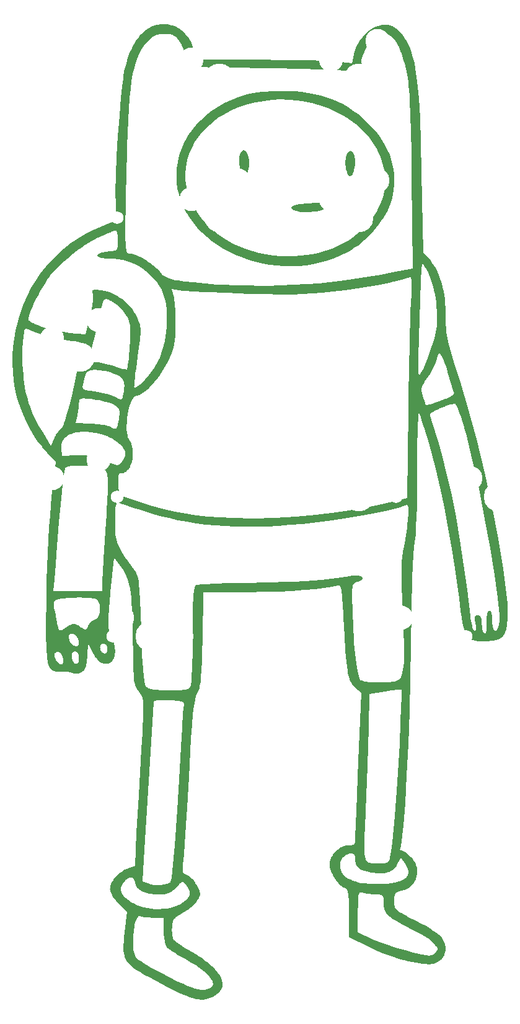
<source format=gbr>
%TF.GenerationSoftware,KiCad,Pcbnew,8.0.6*%
%TF.CreationDate,2024-12-20T15:57:00-07:00*%
%TF.ProjectId,tabesco-48,74616265-7363-46f2-9d34-382e6b696361,rev?*%
%TF.SameCoordinates,Original*%
%TF.FileFunction,Legend,Top*%
%TF.FilePolarity,Positive*%
%FSLAX46Y46*%
G04 Gerber Fmt 4.6, Leading zero omitted, Abs format (unit mm)*
G04 Created by KiCad (PCBNEW 8.0.6) date 2024-12-20 15:57:00*
%MOMM*%
%LPD*%
G01*
G04 APERTURE LIST*
%ADD10C,0.000000*%
%ADD11C,1.750000*%
%ADD12C,3.987800*%
%ADD13C,3.300000*%
%ADD14C,1.397000*%
%ADD15R,0.850000X0.850000*%
%ADD16O,0.850000X0.850000*%
G04 APERTURE END LIST*
D10*
G36*
X148529994Y-119904919D02*
G01*
X148576054Y-119914733D01*
X148621495Y-119930929D01*
X148666109Y-119953482D01*
X148709690Y-119982364D01*
X148752030Y-120017552D01*
X148792923Y-120059018D01*
X148832163Y-120106737D01*
X148869542Y-120160683D01*
X148904854Y-120220830D01*
X148937892Y-120287152D01*
X148968450Y-120359624D01*
X148996320Y-120438220D01*
X149021297Y-120522914D01*
X149043173Y-120613679D01*
X149061741Y-120710491D01*
X149076796Y-120813323D01*
X149091695Y-120913623D01*
X149103384Y-121015860D01*
X149111959Y-121119700D01*
X149117518Y-121224805D01*
X149119972Y-121437471D01*
X149111523Y-121651170D01*
X149092945Y-121863216D01*
X149065014Y-122070921D01*
X149028504Y-122271598D01*
X148984191Y-122462560D01*
X148932851Y-122641120D01*
X148875257Y-122804590D01*
X148844357Y-122879826D01*
X148812185Y-122950283D01*
X148778838Y-123015624D01*
X148744411Y-123075512D01*
X148709003Y-123129614D01*
X148672710Y-123177591D01*
X148635629Y-123219109D01*
X148597857Y-123253831D01*
X148559490Y-123281422D01*
X148520626Y-123301546D01*
X148481362Y-123313866D01*
X148441794Y-123318048D01*
X148396020Y-123313360D01*
X148351352Y-123299565D01*
X148307858Y-123277062D01*
X148265612Y-123246252D01*
X148224683Y-123207535D01*
X148185143Y-123161313D01*
X148110514Y-123047952D01*
X148042293Y-122909373D01*
X147981048Y-122748779D01*
X147927348Y-122569376D01*
X147881761Y-122374366D01*
X147844856Y-122166954D01*
X147817201Y-121950343D01*
X147799365Y-121727738D01*
X147791915Y-121502342D01*
X147795421Y-121277360D01*
X147810451Y-121055995D01*
X147837573Y-120841452D01*
X147877356Y-120636933D01*
X147905227Y-120541121D01*
X147935784Y-120452104D01*
X147968823Y-120369857D01*
X148004135Y-120294353D01*
X148041514Y-120225568D01*
X148080753Y-120163474D01*
X148121647Y-120108047D01*
X148163987Y-120059260D01*
X148207567Y-120017087D01*
X148252181Y-119981504D01*
X148297622Y-119952483D01*
X148343683Y-119929999D01*
X148390157Y-119914027D01*
X148436838Y-119904540D01*
X148483519Y-119901513D01*
X148529994Y-119904919D01*
G37*
G36*
X139917080Y-111717516D02*
G01*
X140881604Y-111761819D01*
X141811815Y-111844983D01*
X142709159Y-111967421D01*
X143575084Y-112129547D01*
X144411036Y-112331774D01*
X145218463Y-112574515D01*
X145998812Y-112858184D01*
X146753529Y-113183194D01*
X147484061Y-113549959D01*
X148191855Y-113958893D01*
X148878359Y-114410407D01*
X149545019Y-114904917D01*
X150193282Y-115442835D01*
X150824595Y-116024575D01*
X151440405Y-116650550D01*
X151958797Y-117245759D01*
X152429079Y-117853576D01*
X152851094Y-118473383D01*
X153224689Y-119104559D01*
X153549709Y-119746483D01*
X153825997Y-120398536D01*
X154053400Y-121060097D01*
X154231761Y-121730547D01*
X154360927Y-122409265D01*
X154440742Y-123095631D01*
X154471051Y-123789025D01*
X154451699Y-124488827D01*
X154382531Y-125194417D01*
X154263391Y-125905174D01*
X154094126Y-126620479D01*
X153874579Y-127339711D01*
X153719713Y-127739678D01*
X153522007Y-128156543D01*
X153284923Y-128586533D01*
X153011925Y-129025877D01*
X152706473Y-129470802D01*
X152372032Y-129917536D01*
X152012062Y-130362307D01*
X151630026Y-130801341D01*
X151229387Y-131230867D01*
X150813607Y-131647112D01*
X150386148Y-132046304D01*
X149950473Y-132424670D01*
X149510043Y-132778439D01*
X149068322Y-133103837D01*
X148628771Y-133397093D01*
X148194853Y-133654433D01*
X147267697Y-134117586D01*
X146320626Y-134515802D01*
X145356877Y-134850493D01*
X144379685Y-135123077D01*
X143392287Y-135334966D01*
X142397920Y-135487576D01*
X141399818Y-135582321D01*
X140401219Y-135620617D01*
X139405360Y-135603877D01*
X138415475Y-135533516D01*
X137434801Y-135410949D01*
X136466575Y-135237591D01*
X135514033Y-135014855D01*
X134580411Y-134744158D01*
X133668945Y-134426913D01*
X132782872Y-134064535D01*
X131925428Y-133658439D01*
X131099848Y-133210040D01*
X130309370Y-132720751D01*
X129557229Y-132191988D01*
X128846662Y-131625166D01*
X128180905Y-131021698D01*
X127563194Y-130383000D01*
X126996765Y-129710486D01*
X126484855Y-129005572D01*
X126030700Y-128269670D01*
X125637536Y-127504197D01*
X125308599Y-126710567D01*
X125047126Y-125890194D01*
X124856353Y-125044494D01*
X124739515Y-124174880D01*
X124699851Y-123282767D01*
X124706758Y-122987867D01*
X125925203Y-122987867D01*
X125941239Y-123704986D01*
X126018454Y-124417383D01*
X126155238Y-125122765D01*
X126349984Y-125818839D01*
X126601083Y-126503312D01*
X126906927Y-127173890D01*
X127265907Y-127828280D01*
X127676414Y-128464190D01*
X128136842Y-129079326D01*
X128645580Y-129671395D01*
X129201021Y-130238103D01*
X129801556Y-130777159D01*
X130445577Y-131286268D01*
X131131475Y-131763137D01*
X131857642Y-132205473D01*
X132622469Y-132610984D01*
X133424348Y-132977375D01*
X134261671Y-133302354D01*
X135132830Y-133583628D01*
X136036214Y-133818904D01*
X136970217Y-134005887D01*
X137933230Y-134142286D01*
X138923645Y-134225807D01*
X139939852Y-134254157D01*
X140801781Y-134236389D01*
X141641178Y-134183119D01*
X142457838Y-134094399D01*
X143251554Y-133970281D01*
X144022118Y-133810815D01*
X144769325Y-133616055D01*
X145492967Y-133386052D01*
X146192839Y-133120856D01*
X146868732Y-132820521D01*
X147520441Y-132485097D01*
X148147758Y-132114637D01*
X148750477Y-131709192D01*
X149328391Y-131268813D01*
X149881294Y-130793553D01*
X150408979Y-130283463D01*
X150911238Y-129738595D01*
X151341275Y-129219570D01*
X151725547Y-128688634D01*
X152064588Y-128147104D01*
X152358936Y-127596298D01*
X152609126Y-127037533D01*
X152815695Y-126472129D01*
X152979179Y-125901402D01*
X153100114Y-125326669D01*
X153179036Y-124749250D01*
X153216481Y-124170461D01*
X153212985Y-123591621D01*
X153169085Y-123014046D01*
X153085317Y-122439056D01*
X152962216Y-121867967D01*
X152800319Y-121302097D01*
X152600162Y-120742764D01*
X152362282Y-120191286D01*
X152087214Y-119648981D01*
X151775494Y-119117166D01*
X151427659Y-118597159D01*
X151044245Y-118090278D01*
X150625787Y-117597841D01*
X150172823Y-117121165D01*
X149685888Y-116661568D01*
X149165518Y-116220367D01*
X148612249Y-115798882D01*
X148026618Y-115398428D01*
X147409161Y-115020325D01*
X146760414Y-114665889D01*
X146080913Y-114336439D01*
X145371193Y-114033293D01*
X144631793Y-113757767D01*
X144076309Y-113576454D01*
X143515056Y-113416031D01*
X142378632Y-113157082D01*
X141229288Y-112979367D01*
X140073794Y-112881337D01*
X138918921Y-112861442D01*
X137771438Y-112918131D01*
X136638113Y-113049854D01*
X135525718Y-113255062D01*
X134441022Y-113532202D01*
X133390793Y-113879727D01*
X132381802Y-114296084D01*
X131420819Y-114779724D01*
X130960445Y-115046290D01*
X130514612Y-115329096D01*
X130084166Y-115627947D01*
X129669952Y-115942650D01*
X129272818Y-116273012D01*
X128893609Y-116618837D01*
X128533171Y-116979933D01*
X128192351Y-117356105D01*
X127661056Y-118028446D01*
X127203807Y-118714410D01*
X126818995Y-119411704D01*
X126505013Y-120118035D01*
X126260251Y-120831110D01*
X126083101Y-121548636D01*
X125971954Y-122268319D01*
X125925203Y-122987867D01*
X124706758Y-122987867D01*
X124710958Y-122808546D01*
X124744060Y-122338639D01*
X124798827Y-121873435D01*
X124874930Y-121413321D01*
X124972040Y-120958685D01*
X125089827Y-120509914D01*
X125227961Y-120067396D01*
X125386114Y-119631519D01*
X125563955Y-119202669D01*
X125761156Y-118781235D01*
X125977386Y-118367604D01*
X126212317Y-117962163D01*
X126465618Y-117565301D01*
X126736962Y-117177405D01*
X127026017Y-116798862D01*
X127332455Y-116430061D01*
X127655946Y-116071387D01*
X127996161Y-115723230D01*
X128725445Y-115060015D01*
X129517671Y-114443515D01*
X130370202Y-113876831D01*
X131280405Y-113363064D01*
X132245643Y-112905314D01*
X133263281Y-112506681D01*
X134330683Y-112170267D01*
X134712952Y-112079660D01*
X135186171Y-111994428D01*
X135732150Y-111916639D01*
X136332699Y-111848358D01*
X136969629Y-111791653D01*
X137624748Y-111748591D01*
X138279867Y-111721238D01*
X138916796Y-111711661D01*
X139917080Y-111717516D01*
G37*
G36*
X144902820Y-126912820D02*
G01*
X144922425Y-126914378D01*
X144941875Y-126917254D01*
X144961131Y-126921415D01*
X144980154Y-126926830D01*
X144998906Y-126933465D01*
X145017348Y-126941289D01*
X145035442Y-126950269D01*
X145053147Y-126960373D01*
X145070426Y-126971568D01*
X145087241Y-126983823D01*
X145103551Y-126997105D01*
X145119319Y-127011382D01*
X145134505Y-127026621D01*
X145149071Y-127042790D01*
X145162978Y-127059858D01*
X145176188Y-127077790D01*
X145188661Y-127096556D01*
X145200359Y-127116123D01*
X145211243Y-127136459D01*
X145221275Y-127157531D01*
X145230415Y-127179308D01*
X145238625Y-127201756D01*
X145245866Y-127224844D01*
X145252099Y-127248538D01*
X145257286Y-127272808D01*
X145261388Y-127297621D01*
X145264366Y-127322944D01*
X145266181Y-127348745D01*
X145266795Y-127374992D01*
X145253731Y-127462307D01*
X145215618Y-127545592D01*
X145154069Y-127624742D01*
X145070700Y-127699656D01*
X144967125Y-127770228D01*
X144844960Y-127836356D01*
X144705819Y-127897937D01*
X144551318Y-127954867D01*
X144202691Y-128054361D01*
X143812001Y-128134012D01*
X143392164Y-128192992D01*
X142956101Y-128230475D01*
X142516731Y-128245633D01*
X142086973Y-128237641D01*
X141679746Y-128205670D01*
X141307968Y-128148895D01*
X141139411Y-128110947D01*
X140984560Y-128066488D01*
X140845032Y-128015414D01*
X140722440Y-127957622D01*
X140618400Y-127893009D01*
X140534527Y-127821472D01*
X140472436Y-127742906D01*
X140433741Y-127657209D01*
X140422191Y-127605524D01*
X140422666Y-127580596D01*
X140427333Y-127556269D01*
X140436211Y-127532536D01*
X140449321Y-127509390D01*
X140488310Y-127464837D01*
X140544456Y-127422558D01*
X140617914Y-127382500D01*
X140708839Y-127344613D01*
X140817385Y-127308844D01*
X140943708Y-127275142D01*
X141087962Y-127243456D01*
X141250304Y-127213733D01*
X141430887Y-127185922D01*
X141847400Y-127135829D01*
X142338740Y-127092763D01*
X143921831Y-126991342D01*
X144506670Y-126948897D01*
X144711240Y-126931188D01*
X144843462Y-126916373D01*
X144863300Y-126913785D01*
X144883099Y-126912611D01*
X144902820Y-126912820D01*
G37*
G36*
X123133577Y-102584620D02*
G01*
X123364016Y-102600155D01*
X123591612Y-102628841D01*
X123815978Y-102670486D01*
X124036727Y-102724894D01*
X124253471Y-102791873D01*
X124465822Y-102871228D01*
X124673393Y-102962766D01*
X124875797Y-103066293D01*
X125072645Y-103181615D01*
X125263551Y-103308539D01*
X125448126Y-103446870D01*
X125625984Y-103596415D01*
X125796736Y-103756979D01*
X125959995Y-103928370D01*
X126115373Y-104110394D01*
X126262483Y-104302856D01*
X126400937Y-104505563D01*
X126530347Y-104718321D01*
X126650327Y-104940937D01*
X126760488Y-105173216D01*
X126860444Y-105414965D01*
X126949805Y-105665989D01*
X127028185Y-105926096D01*
X127416239Y-107443047D01*
X135953463Y-107443047D01*
X139413441Y-107461236D01*
X142572456Y-107509191D01*
X145076627Y-107576991D01*
X145972558Y-107615233D01*
X146572073Y-107654716D01*
X148688742Y-107901654D01*
X148935690Y-106737491D01*
X148968729Y-106581881D01*
X149008175Y-106426097D01*
X149053822Y-106270377D01*
X149105464Y-106114961D01*
X149225904Y-105805996D01*
X149367841Y-105501113D01*
X149529623Y-105202225D01*
X149709594Y-104911244D01*
X149906102Y-104630081D01*
X150117493Y-104360649D01*
X150342113Y-104104859D01*
X150578309Y-103864624D01*
X150824426Y-103641856D01*
X151078812Y-103438466D01*
X151339812Y-103256368D01*
X151605773Y-103097471D01*
X151740098Y-103027322D01*
X151875042Y-102963690D01*
X152010400Y-102906815D01*
X152145964Y-102856936D01*
X152300275Y-102807637D01*
X152452344Y-102765580D01*
X152602204Y-102730770D01*
X152749888Y-102703215D01*
X152895427Y-102682920D01*
X153038854Y-102669892D01*
X153180200Y-102664137D01*
X153319499Y-102665662D01*
X153456783Y-102674474D01*
X153592084Y-102690579D01*
X153725434Y-102713983D01*
X153856865Y-102744692D01*
X153986410Y-102782714D01*
X154114102Y-102828055D01*
X154239972Y-102880720D01*
X154364052Y-102940718D01*
X154486376Y-103008053D01*
X154606975Y-103082733D01*
X154725881Y-103164764D01*
X154843128Y-103254152D01*
X154958746Y-103350904D01*
X155072770Y-103455027D01*
X155185230Y-103566526D01*
X155296159Y-103685408D01*
X155405589Y-103811681D01*
X155513553Y-103945349D01*
X155620083Y-104086421D01*
X155725211Y-104234901D01*
X155931392Y-104554115D01*
X156132353Y-104903042D01*
X156391373Y-105398853D01*
X156626931Y-105927685D01*
X156840372Y-106500235D01*
X157033038Y-107127200D01*
X157206275Y-107819277D01*
X157361424Y-108587164D01*
X157622838Y-110393152D01*
X157828027Y-112630742D01*
X157987740Y-115385509D01*
X158112727Y-118743030D01*
X158213736Y-122788880D01*
X158425406Y-133724990D01*
X159413184Y-134853873D01*
X159657476Y-135158447D01*
X159887506Y-135489634D01*
X160103066Y-135846762D01*
X160303950Y-136229159D01*
X160489951Y-136636155D01*
X160660862Y-137067076D01*
X160816477Y-137521252D01*
X160956589Y-137998010D01*
X161080992Y-138496679D01*
X161189477Y-139016587D01*
X161281840Y-139557062D01*
X161357873Y-140117433D01*
X161417370Y-140697027D01*
X161460123Y-141295174D01*
X161485927Y-141911201D01*
X161494574Y-142544437D01*
X161508423Y-143426657D01*
X161559066Y-144237770D01*
X161602448Y-144636816D01*
X161660144Y-145042269D01*
X161733860Y-145462192D01*
X161825302Y-145904645D01*
X162068180Y-146889391D01*
X162402423Y-148060998D01*
X162841673Y-149483959D01*
X163399573Y-151222766D01*
X164542449Y-154974200D01*
X165689873Y-159247360D01*
X166793475Y-163809908D01*
X167804886Y-168429507D01*
X168675738Y-172873818D01*
X169357660Y-176910506D01*
X169802284Y-180307233D01*
X169920494Y-181693005D01*
X169961241Y-182831660D01*
X169954274Y-183417094D01*
X169931958Y-183944908D01*
X169892176Y-184417842D01*
X169865072Y-184634584D01*
X169832808Y-184838634D01*
X169795117Y-185030333D01*
X169751736Y-185210024D01*
X169702399Y-185378049D01*
X169646841Y-185534750D01*
X169584798Y-185680470D01*
X169516005Y-185815551D01*
X169440197Y-185940336D01*
X169357109Y-186055166D01*
X169266476Y-186160385D01*
X169168033Y-186256334D01*
X169061516Y-186343356D01*
X168946660Y-186421794D01*
X168823199Y-186491989D01*
X168690870Y-186554284D01*
X168549406Y-186609021D01*
X168398544Y-186656543D01*
X168238019Y-186697192D01*
X168067565Y-186731310D01*
X167886918Y-186759241D01*
X167695813Y-186781325D01*
X167281170Y-186809325D01*
X166821516Y-186818050D01*
X165898301Y-186800342D01*
X165520124Y-186762006D01*
X165190472Y-186689616D01*
X165042179Y-186637275D01*
X164904021Y-186572371D01*
X164775333Y-186493552D01*
X164655449Y-186399470D01*
X164543704Y-186288774D01*
X164439433Y-186160113D01*
X164341971Y-186012139D01*
X164250651Y-185843500D01*
X164083779Y-185438831D01*
X163933496Y-184935304D01*
X163794478Y-184322120D01*
X163661402Y-183588478D01*
X163528947Y-182723578D01*
X163391789Y-181716619D01*
X163082076Y-179233325D01*
X162751485Y-176828373D01*
X162329118Y-174181988D01*
X161835643Y-171400005D01*
X161291731Y-168588256D01*
X160718054Y-165852574D01*
X160135281Y-163298793D01*
X159564082Y-161032746D01*
X159025130Y-159160266D01*
X158802783Y-158448372D01*
X158589117Y-157777819D01*
X158389508Y-157163490D01*
X158209329Y-156620267D01*
X158053955Y-156163034D01*
X157941928Y-155844157D01*
X159377905Y-155844157D01*
X159398783Y-155988783D01*
X159458934Y-156253712D01*
X159554639Y-156623647D01*
X159682176Y-157083291D01*
X160017867Y-158210526D01*
X160218578Y-158847523D01*
X160436240Y-159513046D01*
X161068484Y-161659133D01*
X161690807Y-164127268D01*
X162296592Y-166875696D01*
X162879226Y-169862663D01*
X163432095Y-173046414D01*
X163948583Y-176385194D01*
X164422076Y-179837250D01*
X164845961Y-183360828D01*
X164873626Y-183569841D01*
X164903564Y-183772860D01*
X164935569Y-183968851D01*
X164969435Y-184156780D01*
X165004954Y-184335615D01*
X165041921Y-184504322D01*
X165080127Y-184661866D01*
X165119367Y-184807215D01*
X165159434Y-184939335D01*
X165200121Y-185057192D01*
X165241220Y-185159753D01*
X165261861Y-185204974D01*
X165282527Y-185245984D01*
X165303193Y-185282653D01*
X165323834Y-185314852D01*
X165344422Y-185342451D01*
X165364933Y-185365323D01*
X165385341Y-185383336D01*
X165405619Y-185396363D01*
X165425743Y-185404274D01*
X165445685Y-185406940D01*
X165465012Y-185405706D01*
X165483306Y-185402030D01*
X165500566Y-185395952D01*
X165516793Y-185387509D01*
X165531986Y-185376741D01*
X165546146Y-185363687D01*
X165559271Y-185348384D01*
X165571364Y-185330872D01*
X165592448Y-185289376D01*
X165609398Y-185239508D01*
X165622214Y-185181579D01*
X165630896Y-185115898D01*
X165635444Y-185042776D01*
X165635857Y-184962523D01*
X165632136Y-184875448D01*
X165624281Y-184781862D01*
X165612292Y-184682074D01*
X165596169Y-184576396D01*
X165575911Y-184465136D01*
X165551520Y-184348605D01*
X165521366Y-184203006D01*
X165497155Y-184070171D01*
X165487327Y-184008395D01*
X165479043Y-183949636D01*
X165472321Y-183893835D01*
X165467183Y-183840934D01*
X165463646Y-183790875D01*
X165461730Y-183743601D01*
X165461456Y-183699053D01*
X165462841Y-183657172D01*
X165465906Y-183617901D01*
X165470670Y-183581182D01*
X165477152Y-183546956D01*
X165485372Y-183515165D01*
X165495349Y-183485752D01*
X165507102Y-183458658D01*
X165520651Y-183433824D01*
X165536015Y-183411193D01*
X165553213Y-183390706D01*
X165572266Y-183372307D01*
X165593192Y-183355935D01*
X165616010Y-183341533D01*
X165640740Y-183329044D01*
X165667402Y-183318408D01*
X165696015Y-183309569D01*
X165726597Y-183302466D01*
X165759169Y-183297044D01*
X165793751Y-183293242D01*
X165830360Y-183291004D01*
X165869017Y-183290271D01*
X165945119Y-183294448D01*
X166014813Y-183307152D01*
X166047322Y-183316782D01*
X166078306Y-183328641D01*
X166107792Y-183342760D01*
X166135805Y-183359172D01*
X166162371Y-183377911D01*
X166187516Y-183399006D01*
X166211266Y-183422492D01*
X166233646Y-183448400D01*
X166254683Y-183476763D01*
X166274402Y-183507612D01*
X166309989Y-183576902D01*
X166340617Y-183656526D01*
X166366489Y-183746744D01*
X166387815Y-183847814D01*
X166404799Y-183959995D01*
X166417649Y-184083544D01*
X166426572Y-184218721D01*
X166431774Y-184365783D01*
X166433463Y-184524989D01*
X166435495Y-184649315D01*
X166441455Y-184770488D01*
X166451136Y-184887837D01*
X166464331Y-185000690D01*
X166480833Y-185108375D01*
X166500436Y-185210221D01*
X166522933Y-185305556D01*
X166535201Y-185350572D01*
X166548116Y-185393707D01*
X166561651Y-185434880D01*
X166575780Y-185474004D01*
X166590478Y-185510997D01*
X166605718Y-185545774D01*
X166621475Y-185578252D01*
X166637723Y-185608346D01*
X166654436Y-185635973D01*
X166671588Y-185661047D01*
X166689154Y-185683487D01*
X166707107Y-185703207D01*
X166725421Y-185720123D01*
X166744072Y-185734153D01*
X166763033Y-185745210D01*
X166782278Y-185753213D01*
X166801781Y-185758076D01*
X166821516Y-185759715D01*
X166841049Y-185757968D01*
X166859956Y-185752765D01*
X166878229Y-185744164D01*
X166895863Y-185732223D01*
X166929186Y-185698556D01*
X166959874Y-185652228D01*
X166987874Y-185593704D01*
X167013136Y-185523450D01*
X167035607Y-185441931D01*
X167055235Y-185349610D01*
X167071970Y-185246955D01*
X167085759Y-185134430D01*
X167096551Y-185012499D01*
X167104294Y-184881629D01*
X167108937Y-184742283D01*
X167110427Y-184594928D01*
X167108713Y-184440028D01*
X167103743Y-184278049D01*
X167092581Y-184109833D01*
X167085553Y-183949318D01*
X167082659Y-183796761D01*
X167083899Y-183652420D01*
X167089273Y-183516554D01*
X167098782Y-183389421D01*
X167112424Y-183271280D01*
X167130201Y-183162389D01*
X167140640Y-183111493D01*
X167152112Y-183063006D01*
X167164617Y-183016961D01*
X167178156Y-182973391D01*
X167192729Y-182932326D01*
X167208335Y-182893800D01*
X167224975Y-182857845D01*
X167242648Y-182824493D01*
X167261355Y-182793777D01*
X167281095Y-182765728D01*
X167301869Y-182740380D01*
X167323676Y-182717763D01*
X167346517Y-182697912D01*
X167370391Y-182680858D01*
X167395299Y-182666632D01*
X167421240Y-182655269D01*
X167472504Y-182647448D01*
X167496896Y-182647633D01*
X167520460Y-182650583D01*
X167543198Y-182656323D01*
X167565109Y-182664880D01*
X167586193Y-182676279D01*
X167606450Y-182690546D01*
X167644484Y-182727787D01*
X167679211Y-182776810D01*
X167710630Y-182837823D01*
X167738741Y-182911031D01*
X167763546Y-182996641D01*
X167785043Y-183094861D01*
X167803233Y-183205896D01*
X167818115Y-183329954D01*
X167829690Y-183467241D01*
X167837958Y-183617964D01*
X167842919Y-183782329D01*
X167844573Y-183960544D01*
X167846203Y-184108844D01*
X167850998Y-184249424D01*
X167858816Y-184382214D01*
X167869515Y-184507143D01*
X167882953Y-184624140D01*
X167898988Y-184733133D01*
X167917477Y-184834052D01*
X167938279Y-184926825D01*
X167961252Y-185011382D01*
X167986253Y-185087651D01*
X168013139Y-185155561D01*
X168041770Y-185215042D01*
X168072003Y-185266022D01*
X168103696Y-185308429D01*
X168136707Y-185342195D01*
X168170893Y-185367246D01*
X168206113Y-185383512D01*
X168242224Y-185390922D01*
X168279085Y-185389405D01*
X168316553Y-185378890D01*
X168354486Y-185359306D01*
X168392741Y-185330581D01*
X168431178Y-185292645D01*
X168469654Y-185245427D01*
X168508026Y-185188855D01*
X168546153Y-185122859D01*
X168583892Y-185047368D01*
X168621102Y-184962309D01*
X168657639Y-184867613D01*
X168693363Y-184763209D01*
X168728131Y-184649024D01*
X168761801Y-184524989D01*
X168818446Y-184010525D01*
X168806516Y-183213855D01*
X168596984Y-180888623D01*
X168173306Y-177778736D01*
X167575581Y-174113637D01*
X166843911Y-170122769D01*
X166018397Y-166035577D01*
X165139139Y-162081502D01*
X164246237Y-158489989D01*
X164133093Y-158071575D01*
X164019070Y-157664477D01*
X163904943Y-157270918D01*
X163791488Y-156893120D01*
X163679480Y-156533306D01*
X163569693Y-156193697D01*
X163462904Y-155876516D01*
X163359888Y-155583984D01*
X163261418Y-155318324D01*
X163168272Y-155081758D01*
X163081223Y-154876507D01*
X163001048Y-154704794D01*
X162928520Y-154568842D01*
X162864416Y-154470871D01*
X162835765Y-154436824D01*
X162809510Y-154413105D01*
X162785749Y-154399993D01*
X162764578Y-154397765D01*
X162569577Y-154422149D01*
X162345586Y-154467151D01*
X162098340Y-154530240D01*
X161833575Y-154608884D01*
X161557028Y-154700550D01*
X161274435Y-154802706D01*
X160991532Y-154912820D01*
X160714055Y-155028360D01*
X160447739Y-155146794D01*
X160198323Y-155265589D01*
X159971540Y-155382215D01*
X159773128Y-155494137D01*
X159608822Y-155598825D01*
X159484359Y-155693745D01*
X159438861Y-155736752D01*
X159405475Y-155776367D01*
X159384917Y-155812274D01*
X159377905Y-155844157D01*
X157941928Y-155844157D01*
X157928760Y-155806673D01*
X157839118Y-155566068D01*
X157809309Y-155493824D01*
X157790404Y-155456100D01*
X157770982Y-155485598D01*
X157752439Y-155597831D01*
X157718195Y-156054168D01*
X157662524Y-157780023D01*
X157626697Y-160372389D01*
X157614020Y-163569987D01*
X157606027Y-165263321D01*
X157583151Y-166903738D01*
X157547047Y-168451551D01*
X157499366Y-169867072D01*
X157441764Y-171110615D01*
X157375894Y-172142491D01*
X157303410Y-172923013D01*
X157265205Y-173206614D01*
X157225966Y-173412494D01*
X157156994Y-173978316D01*
X157084301Y-175002197D01*
X156939330Y-178192630D01*
X156814202Y-182520771D01*
X156732070Y-187523601D01*
X156661240Y-191844507D01*
X156535841Y-196373360D01*
X156367446Y-200881543D01*
X156167632Y-205140439D01*
X155947973Y-208921433D01*
X155720046Y-211995906D01*
X155495426Y-214135243D01*
X155387974Y-214782793D01*
X155285689Y-215110828D01*
X155276384Y-215124053D01*
X155268299Y-215137252D01*
X155261417Y-215150399D01*
X155255716Y-215163469D01*
X155251178Y-215176436D01*
X155247784Y-215189273D01*
X155245513Y-215201955D01*
X155244347Y-215214457D01*
X155244266Y-215226751D01*
X155245251Y-215238813D01*
X155247283Y-215250617D01*
X155250341Y-215262136D01*
X155254407Y-215273345D01*
X155259462Y-215284219D01*
X155265486Y-215294731D01*
X155272459Y-215304855D01*
X155280362Y-215314565D01*
X155289176Y-215323837D01*
X155298881Y-215332643D01*
X155309459Y-215340958D01*
X155320889Y-215348757D01*
X155333152Y-215356013D01*
X155346229Y-215362701D01*
X155360101Y-215368794D01*
X155374748Y-215374267D01*
X155390150Y-215379094D01*
X155406289Y-215383250D01*
X155423145Y-215386708D01*
X155440699Y-215389442D01*
X155458931Y-215391427D01*
X155477821Y-215392637D01*
X155497351Y-215393046D01*
X155541061Y-215397525D01*
X155592368Y-215410686D01*
X155650599Y-215432114D01*
X155715082Y-215461398D01*
X155785147Y-215498123D01*
X155860120Y-215541876D01*
X155939331Y-215592244D01*
X156022108Y-215648812D01*
X156107778Y-215711169D01*
X156195671Y-215778899D01*
X156285113Y-215851591D01*
X156375435Y-215928830D01*
X156465963Y-216010202D01*
X156556026Y-216095295D01*
X156644952Y-216183696D01*
X156732070Y-216274989D01*
X156874207Y-216423412D01*
X157003070Y-216577254D01*
X157118820Y-216735940D01*
X157221618Y-216898897D01*
X157311627Y-217065548D01*
X157389007Y-217235320D01*
X157453921Y-217407636D01*
X157506529Y-217581923D01*
X157546992Y-217757604D01*
X157575474Y-217934107D01*
X157592134Y-218110854D01*
X157597135Y-218287273D01*
X157590638Y-218462787D01*
X157572805Y-218636821D01*
X157543796Y-218808802D01*
X157503774Y-218978153D01*
X157452900Y-219144301D01*
X157391335Y-219306670D01*
X157319241Y-219464684D01*
X157236780Y-219617771D01*
X157144112Y-219765353D01*
X157041400Y-219906857D01*
X156928805Y-220041708D01*
X156806488Y-220169330D01*
X156674611Y-220289150D01*
X156533335Y-220400591D01*
X156382822Y-220503079D01*
X156223233Y-220596039D01*
X156054730Y-220678896D01*
X155877475Y-220751076D01*
X155691628Y-220812003D01*
X155497351Y-220861102D01*
X155334312Y-220900601D01*
X155188533Y-220940616D01*
X155059084Y-220982492D01*
X154945034Y-221027571D01*
X154893493Y-221051733D01*
X154845453Y-221077199D01*
X154800798Y-221104137D01*
X154759412Y-221132717D01*
X154721178Y-221163105D01*
X154685980Y-221195469D01*
X154653701Y-221229978D01*
X154624226Y-221266800D01*
X154597438Y-221306102D01*
X154573221Y-221348053D01*
X154551459Y-221392820D01*
X154532035Y-221440571D01*
X154514833Y-221491474D01*
X154499737Y-221545698D01*
X154486631Y-221603409D01*
X154475397Y-221664777D01*
X154458086Y-221799152D01*
X154446872Y-221950167D01*
X154440826Y-222119165D01*
X154439017Y-222307490D01*
X154440894Y-222507736D01*
X154449077Y-222687414D01*
X154467387Y-222849936D01*
X154499651Y-222998713D01*
X154549691Y-223137154D01*
X154621332Y-223268671D01*
X154718397Y-223396674D01*
X154844712Y-223524573D01*
X155004099Y-223655781D01*
X155200383Y-223793705D01*
X155437389Y-223941759D01*
X155718939Y-224103352D01*
X156048858Y-224281894D01*
X156430971Y-224480797D01*
X157367072Y-224953326D01*
X157664418Y-225101525D01*
X157959904Y-225254220D01*
X158251670Y-225410119D01*
X158537854Y-225567931D01*
X158816597Y-225726362D01*
X159086038Y-225884122D01*
X159344317Y-226039918D01*
X159589573Y-226192458D01*
X159819947Y-226340451D01*
X160033577Y-226482604D01*
X160228604Y-226617626D01*
X160403167Y-226744224D01*
X160555406Y-226861107D01*
X160683459Y-226966983D01*
X160785468Y-227060559D01*
X160859572Y-227140544D01*
X160978565Y-227300357D01*
X161084330Y-227461990D01*
X161177072Y-227624994D01*
X161256998Y-227788914D01*
X161324315Y-227953299D01*
X161379230Y-228117697D01*
X161421949Y-228281656D01*
X161452680Y-228444724D01*
X161471628Y-228606447D01*
X161479000Y-228766375D01*
X161475004Y-228924055D01*
X161459846Y-229079034D01*
X161433733Y-229230862D01*
X161396870Y-229379084D01*
X161349466Y-229523250D01*
X161291727Y-229662908D01*
X161223858Y-229797604D01*
X161146068Y-229926887D01*
X161058563Y-230050305D01*
X160961550Y-230167406D01*
X160855234Y-230277737D01*
X160739824Y-230380846D01*
X160615525Y-230476281D01*
X160482545Y-230563590D01*
X160341089Y-230642321D01*
X160191365Y-230712021D01*
X160033580Y-230772239D01*
X159867940Y-230822522D01*
X159694652Y-230862418D01*
X159513922Y-230891475D01*
X159325957Y-230909241D01*
X159130965Y-230915263D01*
X158749128Y-230903438D01*
X158333494Y-230868617D01*
X157887475Y-230811783D01*
X157414481Y-230733916D01*
X156917922Y-230635999D01*
X156401209Y-230519013D01*
X155867753Y-230383940D01*
X155320965Y-230231763D01*
X154201034Y-229880021D01*
X153068700Y-229471641D01*
X152506409Y-229248666D01*
X151951250Y-229014477D01*
X151406632Y-228770055D01*
X150875967Y-228516383D01*
X148265410Y-227211101D01*
X148265410Y-226576106D01*
X149500128Y-226576106D01*
X151616797Y-227528606D01*
X152089531Y-227735861D01*
X152647016Y-227956346D01*
X153268166Y-228183447D01*
X153931899Y-228410548D01*
X154617129Y-228631035D01*
X155302772Y-228838292D01*
X155967745Y-229025704D01*
X156590964Y-229186656D01*
X157054175Y-229304908D01*
X157467259Y-229408382D01*
X157833834Y-229497179D01*
X158157518Y-229571404D01*
X158441928Y-229631160D01*
X158570536Y-229655644D01*
X158690681Y-229676550D01*
X158802817Y-229693890D01*
X158907395Y-229707677D01*
X159004867Y-229717924D01*
X159095686Y-229724645D01*
X159180304Y-229727851D01*
X159259173Y-229727557D01*
X159332745Y-229723774D01*
X159401473Y-229716516D01*
X159465808Y-229705796D01*
X159526202Y-229691626D01*
X159583109Y-229674019D01*
X159636979Y-229652989D01*
X159688266Y-229628549D01*
X159737421Y-229600710D01*
X159784896Y-229569487D01*
X159831144Y-229534891D01*
X159876617Y-229496937D01*
X159921768Y-229455636D01*
X159967047Y-229411002D01*
X160012908Y-229363048D01*
X160099689Y-229274751D01*
X160174689Y-229194102D01*
X160237700Y-229119654D01*
X160264645Y-229084303D01*
X160288515Y-229049959D01*
X160309285Y-229016443D01*
X160326928Y-228983572D01*
X160341419Y-228951166D01*
X160352732Y-228919044D01*
X160360841Y-228887026D01*
X160365720Y-228854930D01*
X160367344Y-228822576D01*
X160365686Y-228789783D01*
X160360721Y-228756369D01*
X160352423Y-228722154D01*
X160340765Y-228686958D01*
X160325723Y-228650599D01*
X160307271Y-228612896D01*
X160285382Y-228573669D01*
X160260030Y-228532736D01*
X160231191Y-228489918D01*
X160162944Y-228397899D01*
X160080435Y-228296165D01*
X159983456Y-228183269D01*
X159871802Y-228057765D01*
X159793520Y-227973181D01*
X159692035Y-227878830D01*
X159568950Y-227775693D01*
X159425866Y-227664754D01*
X159086109Y-227423392D01*
X158685582Y-227162599D01*
X158237098Y-226890229D01*
X157753475Y-226614138D01*
X157247527Y-226342180D01*
X156732070Y-226082210D01*
X156161433Y-225791057D01*
X155651207Y-225524037D01*
X155198134Y-225277997D01*
X154798960Y-225049786D01*
X154450429Y-224836250D01*
X154294137Y-224734001D01*
X154149284Y-224634238D01*
X154015465Y-224536568D01*
X153892272Y-224440598D01*
X153779298Y-224345932D01*
X153676136Y-224252176D01*
X153582378Y-224158938D01*
X153497619Y-224065822D01*
X153421452Y-223972435D01*
X153353468Y-223878383D01*
X153293262Y-223783271D01*
X153240426Y-223686706D01*
X153194554Y-223588293D01*
X153155238Y-223487639D01*
X153122071Y-223384350D01*
X153094647Y-223278031D01*
X153072559Y-223168288D01*
X153055399Y-223054728D01*
X153042761Y-222936956D01*
X153034237Y-222814579D01*
X153027907Y-222554431D01*
X153026512Y-222372763D01*
X153021706Y-222210680D01*
X153012559Y-222067097D01*
X152998141Y-221940929D01*
X152988665Y-221884037D01*
X152977522Y-221831091D01*
X152964597Y-221781957D01*
X152949772Y-221736498D01*
X152932932Y-221694579D01*
X152913960Y-221656064D01*
X152892740Y-221620818D01*
X152869156Y-221588704D01*
X152843092Y-221559588D01*
X152814431Y-221533333D01*
X152783057Y-221509805D01*
X152748854Y-221488866D01*
X152711705Y-221470383D01*
X152671494Y-221454218D01*
X152628105Y-221440236D01*
X152581422Y-221428302D01*
X152531328Y-221418281D01*
X152477708Y-221410035D01*
X152359421Y-221398331D01*
X152225631Y-221392104D01*
X152075407Y-221390269D01*
X151854921Y-221385515D01*
X151621206Y-221372080D01*
X151380877Y-221351204D01*
X151140547Y-221324125D01*
X150906833Y-221292086D01*
X150686347Y-221256325D01*
X150485706Y-221218083D01*
X150311522Y-221178600D01*
X150174510Y-221142796D01*
X150053827Y-221117069D01*
X149948441Y-221104882D01*
X149857318Y-221109697D01*
X149816782Y-221119562D01*
X149779424Y-221134976D01*
X149745115Y-221156371D01*
X149713726Y-221184181D01*
X149685127Y-221218838D01*
X149659189Y-221260775D01*
X149614782Y-221368220D01*
X149579469Y-221509977D01*
X149552219Y-221689511D01*
X149531996Y-221910282D01*
X149517767Y-222175754D01*
X149503160Y-222854646D01*
X149500128Y-223753886D01*
X149500128Y-226576106D01*
X148265410Y-226576106D01*
X148265410Y-223930270D01*
X148265083Y-223753886D01*
X148264480Y-223428295D01*
X148261276Y-222978667D01*
X148255178Y-222578338D01*
X148245566Y-222224259D01*
X148239249Y-222063611D01*
X148231820Y-221913382D01*
X148223203Y-221773192D01*
X148213320Y-221642658D01*
X148202093Y-221521400D01*
X148189445Y-221409037D01*
X148175299Y-221305188D01*
X148159576Y-221209471D01*
X148142200Y-221121506D01*
X148123092Y-221040911D01*
X148102176Y-220967305D01*
X148079374Y-220900308D01*
X148054608Y-220839537D01*
X148027800Y-220784612D01*
X147998875Y-220735153D01*
X147967752Y-220690777D01*
X147934356Y-220651103D01*
X147898609Y-220615751D01*
X147860433Y-220584340D01*
X147819751Y-220556487D01*
X147776485Y-220531813D01*
X147730557Y-220509936D01*
X147681891Y-220490475D01*
X147630408Y-220473048D01*
X147553252Y-220445018D01*
X147474113Y-220407549D01*
X147393281Y-220361128D01*
X147311048Y-220306238D01*
X147143539Y-220172991D01*
X146973912Y-220011683D01*
X146804490Y-219826191D01*
X146637601Y-219620390D01*
X146475570Y-219398155D01*
X146320721Y-219163364D01*
X146175381Y-218919890D01*
X146041875Y-218671610D01*
X145922528Y-218422400D01*
X145819666Y-218176135D01*
X145735614Y-217936692D01*
X145672698Y-217707945D01*
X145633243Y-217493771D01*
X145623040Y-217393360D01*
X145620651Y-217327674D01*
X147071241Y-217327674D01*
X147074711Y-217443015D01*
X147084693Y-217562490D01*
X147101237Y-217686099D01*
X147119210Y-217823038D01*
X147146627Y-217956024D01*
X147183423Y-218085030D01*
X147229534Y-218210032D01*
X147284895Y-218331002D01*
X147349441Y-218447916D01*
X147423108Y-218560748D01*
X147505832Y-218669471D01*
X147698189Y-218874489D01*
X147925996Y-219062764D01*
X148188736Y-219234089D01*
X148485893Y-219388257D01*
X148816950Y-219525062D01*
X149181389Y-219644297D01*
X149578695Y-219745755D01*
X150008350Y-219829229D01*
X150469837Y-219894514D01*
X150962641Y-219941401D01*
X151486244Y-219969686D01*
X152040129Y-219979160D01*
X152380668Y-219976272D01*
X152707719Y-219967636D01*
X153021231Y-219953289D01*
X153321152Y-219933271D01*
X153607431Y-219907620D01*
X153880015Y-219876375D01*
X154138853Y-219839575D01*
X154383894Y-219797258D01*
X154615086Y-219749464D01*
X154832376Y-219696231D01*
X155035714Y-219637598D01*
X155225048Y-219573603D01*
X155400326Y-219504286D01*
X155561496Y-219429684D01*
X155708506Y-219349838D01*
X155841306Y-219264785D01*
X155959843Y-219174565D01*
X156064066Y-219079215D01*
X156153923Y-218978776D01*
X156229362Y-218873285D01*
X156290332Y-218762781D01*
X156336780Y-218647304D01*
X156368656Y-218526892D01*
X156385908Y-218401583D01*
X156388483Y-218271417D01*
X156376331Y-218136431D01*
X156349399Y-217996666D01*
X156307636Y-217852160D01*
X156250990Y-217702951D01*
X156179410Y-217549078D01*
X156092844Y-217390580D01*
X155991240Y-217227496D01*
X155391516Y-216345554D01*
X154897627Y-217262767D01*
X154784749Y-217459542D01*
X154657711Y-217639730D01*
X154516410Y-217803277D01*
X154360744Y-217950133D01*
X154190608Y-218080246D01*
X154005899Y-218193564D01*
X153806515Y-218290035D01*
X153592351Y-218369608D01*
X153363303Y-218432231D01*
X153119270Y-218477853D01*
X152860147Y-218506422D01*
X152585831Y-218517885D01*
X152296219Y-218512192D01*
X151991207Y-218489291D01*
X151670692Y-218449130D01*
X151334570Y-218391658D01*
X151036769Y-218330758D01*
X150764546Y-218266602D01*
X150517026Y-218198415D01*
X150402254Y-218162567D01*
X150293328Y-218125422D01*
X150190137Y-218086881D01*
X150092574Y-218046847D01*
X150000526Y-218005225D01*
X149913886Y-217961917D01*
X149832542Y-217916826D01*
X149756385Y-217869855D01*
X149685305Y-217820907D01*
X149619193Y-217769886D01*
X149557938Y-217716695D01*
X149501431Y-217661236D01*
X149449562Y-217603413D01*
X149402221Y-217543129D01*
X149359298Y-217480287D01*
X149320684Y-217414790D01*
X149286269Y-217346541D01*
X149255942Y-217275444D01*
X149229595Y-217201401D01*
X149207116Y-217124316D01*
X149188398Y-217044091D01*
X149173329Y-216960630D01*
X149161800Y-216873836D01*
X149153700Y-216783612D01*
X149148921Y-216689861D01*
X149147353Y-216592487D01*
X149145603Y-216505569D01*
X149140385Y-216423411D01*
X149131743Y-216346021D01*
X149119723Y-216273404D01*
X149104370Y-216205567D01*
X149085728Y-216142517D01*
X149063844Y-216084259D01*
X149038763Y-216030801D01*
X149010529Y-215982149D01*
X148979189Y-215938309D01*
X148944786Y-215899288D01*
X148907367Y-215865092D01*
X148866976Y-215835728D01*
X148823660Y-215811202D01*
X148777462Y-215791521D01*
X148728428Y-215776691D01*
X148676604Y-215766718D01*
X148622035Y-215761609D01*
X148564766Y-215761371D01*
X148504841Y-215766010D01*
X148442308Y-215775532D01*
X148377209Y-215789944D01*
X148309592Y-215809253D01*
X148239500Y-215833464D01*
X148166980Y-215862585D01*
X148092076Y-215896621D01*
X148014833Y-215935580D01*
X147935298Y-215979467D01*
X147769529Y-216082054D01*
X147595129Y-216204433D01*
X147518657Y-216266032D01*
X147448024Y-216331765D01*
X147383283Y-216401632D01*
X147324484Y-216475633D01*
X147271679Y-216553768D01*
X147224920Y-216636038D01*
X147184260Y-216722441D01*
X147149748Y-216812978D01*
X147121438Y-216907649D01*
X147099381Y-217006454D01*
X147083628Y-217109393D01*
X147074231Y-217216467D01*
X147071241Y-217327674D01*
X145620651Y-217327674D01*
X145619574Y-217298045D01*
X145623455Y-217181923D01*
X145634913Y-217065251D01*
X145653671Y-216948308D01*
X145679450Y-216831372D01*
X145711973Y-216714720D01*
X145750962Y-216598630D01*
X145796139Y-216483380D01*
X145847226Y-216369247D01*
X145903947Y-216256509D01*
X145966022Y-216145445D01*
X146033174Y-216036332D01*
X146105126Y-215929447D01*
X146181600Y-215825068D01*
X146262317Y-215723474D01*
X146435373Y-215529748D01*
X146622072Y-215350492D01*
X146719842Y-215266984D01*
X146820191Y-215187927D01*
X146922838Y-215113599D01*
X147027508Y-215044276D01*
X147133922Y-214980237D01*
X147241801Y-214921761D01*
X147350222Y-214869436D01*
X150372859Y-214869436D01*
X150377818Y-215175691D01*
X150388552Y-215453337D01*
X150405435Y-215703775D01*
X150428842Y-215928407D01*
X150459148Y-216128635D01*
X150496727Y-216305861D01*
X150541955Y-216461486D01*
X150595205Y-216596911D01*
X150656853Y-216713540D01*
X150727273Y-216812773D01*
X150806839Y-216896012D01*
X150895927Y-216964659D01*
X150994911Y-217020116D01*
X151104166Y-217063783D01*
X151224065Y-217097064D01*
X151354985Y-217121360D01*
X151497300Y-217138072D01*
X151651384Y-217148602D01*
X151996358Y-217156724D01*
X152392905Y-217156940D01*
X152588216Y-217155200D01*
X152764769Y-217149636D01*
X152923649Y-217139731D01*
X152996800Y-217132989D01*
X153065940Y-217124969D01*
X153131204Y-217115604D01*
X153192729Y-217104832D01*
X153250649Y-217092587D01*
X153305100Y-217078804D01*
X153356218Y-217063419D01*
X153404138Y-217046368D01*
X153448997Y-217027586D01*
X153490929Y-217007008D01*
X153530071Y-216984569D01*
X153566558Y-216960206D01*
X153600526Y-216933853D01*
X153632110Y-216905446D01*
X153661447Y-216874920D01*
X153688671Y-216842211D01*
X153713918Y-216807254D01*
X153737325Y-216769984D01*
X153759026Y-216730337D01*
X153779157Y-216688249D01*
X153797855Y-216643654D01*
X153815253Y-216596488D01*
X153831490Y-216546687D01*
X153846699Y-216494186D01*
X153874579Y-216380824D01*
X154016034Y-215540154D01*
X154172784Y-214272428D01*
X154513984Y-210679056D01*
X154861800Y-206047195D01*
X155179854Y-200823329D01*
X155323168Y-197974093D01*
X155426795Y-195624261D01*
X155459593Y-194714136D01*
X155477507Y-194021880D01*
X155478885Y-193578498D01*
X155472856Y-193459824D01*
X155462073Y-193414996D01*
X155437879Y-193404213D01*
X155392550Y-193398184D01*
X155243240Y-193399561D01*
X155023649Y-193417474D01*
X154743288Y-193450271D01*
X154411663Y-193496297D01*
X154038284Y-193553898D01*
X153204299Y-193697215D01*
X151087630Y-194049991D01*
X150981795Y-198636104D01*
X150809817Y-203830757D01*
X150558463Y-209924991D01*
X150443397Y-212352612D01*
X150403279Y-213330287D01*
X150378768Y-214165490D01*
X150373301Y-214533169D01*
X150372859Y-214869436D01*
X147350222Y-214869436D01*
X147350870Y-214869123D01*
X147460849Y-214822603D01*
X147571462Y-214782477D01*
X147682429Y-214749024D01*
X147793474Y-214722522D01*
X147904319Y-214703248D01*
X148014686Y-214691480D01*
X148124297Y-214687495D01*
X148286940Y-214686049D01*
X148431599Y-214680881D01*
X148559308Y-214670752D01*
X148671102Y-214654422D01*
X148721353Y-214643544D01*
X148768012Y-214630651D01*
X148811210Y-214615587D01*
X148851074Y-214598198D01*
X148887734Y-214578328D01*
X148921319Y-214555823D01*
X148951959Y-214530527D01*
X148979783Y-214502286D01*
X149004919Y-214470944D01*
X149027497Y-214436347D01*
X149047647Y-214398339D01*
X149065497Y-214356765D01*
X149081176Y-214311470D01*
X149094815Y-214262300D01*
X149106541Y-214209099D01*
X149116484Y-214151712D01*
X149131540Y-214023761D01*
X149141014Y-213877207D01*
X149145940Y-213710808D01*
X149147353Y-213523326D01*
X149266413Y-210017596D01*
X149570685Y-203151652D01*
X149958739Y-193873599D01*
X149076796Y-193062221D01*
X148895033Y-192882386D01*
X148732286Y-192693456D01*
X148586903Y-192485509D01*
X148457230Y-192248623D01*
X148341612Y-191972877D01*
X148238397Y-191648348D01*
X148145930Y-191265116D01*
X148062559Y-190813256D01*
X147916487Y-189663972D01*
X147786952Y-188121120D01*
X147660725Y-186105325D01*
X147524577Y-183537212D01*
X147486396Y-182830002D01*
X147450644Y-182200515D01*
X147416442Y-181644614D01*
X147382913Y-181158166D01*
X147366126Y-180939696D01*
X147349177Y-180737038D01*
X147331957Y-180549676D01*
X147314355Y-180377094D01*
X147296263Y-180218775D01*
X147277570Y-180074202D01*
X147258167Y-179942857D01*
X147237943Y-179824226D01*
X147216789Y-179717789D01*
X147194595Y-179623032D01*
X147171252Y-179539437D01*
X147146648Y-179466487D01*
X147133840Y-179433843D01*
X147120676Y-179403666D01*
X147107141Y-179375892D01*
X147093224Y-179350457D01*
X147078909Y-179327295D01*
X147064183Y-179306342D01*
X147049032Y-179287534D01*
X147033443Y-179270806D01*
X147017401Y-179256094D01*
X147000894Y-179243332D01*
X146983907Y-179232456D01*
X146966427Y-179223402D01*
X146948440Y-179216105D01*
X146929932Y-179210500D01*
X146910889Y-179206523D01*
X146891298Y-179204110D01*
X146871145Y-179203195D01*
X146850417Y-179203714D01*
X146829099Y-179205602D01*
X146807178Y-179208796D01*
X146761471Y-179218838D01*
X146713187Y-179233325D01*
X145957470Y-179411574D01*
X144927248Y-179574527D01*
X143652286Y-179720116D01*
X142162351Y-179846276D01*
X140487208Y-179950937D01*
X138656623Y-180032034D01*
X136700361Y-180087500D01*
X134648188Y-180115268D01*
X128404021Y-180115268D01*
X128262908Y-186606380D01*
X128221015Y-188381636D01*
X128197795Y-189148781D01*
X128172508Y-189841461D01*
X128144740Y-190464067D01*
X128114079Y-191020993D01*
X128080110Y-191516631D01*
X128042421Y-191955373D01*
X128000597Y-192341612D01*
X127954227Y-192679740D01*
X127902895Y-192974150D01*
X127846189Y-193229234D01*
X127783695Y-193449385D01*
X127715000Y-193638996D01*
X127639690Y-193802457D01*
X127557353Y-193944163D01*
X127473740Y-194096169D01*
X127394468Y-194292048D01*
X127246466Y-194842091D01*
X127108386Y-195647624D01*
X126975268Y-196761975D01*
X126842149Y-198238474D01*
X126704070Y-200130452D01*
X126393183Y-205374164D01*
X126172699Y-209562296D01*
X125952213Y-213188189D01*
X125758186Y-215861583D01*
X125679362Y-216719137D01*
X125617075Y-217192218D01*
X125593183Y-217393359D01*
X125574769Y-217574346D01*
X125562349Y-217736523D01*
X125558549Y-217810977D01*
X125556441Y-217881233D01*
X125556090Y-217947458D01*
X125557560Y-218009821D01*
X125560917Y-218068488D01*
X125566224Y-218123629D01*
X125573547Y-218175410D01*
X125582950Y-218224001D01*
X125594498Y-218269568D01*
X125608254Y-218312281D01*
X125624285Y-218352306D01*
X125642654Y-218389812D01*
X125663425Y-218424967D01*
X125686665Y-218457939D01*
X125712436Y-218488895D01*
X125740804Y-218518004D01*
X125771834Y-218545433D01*
X125805589Y-218571351D01*
X125842135Y-218595925D01*
X125881536Y-218619324D01*
X125923857Y-218641715D01*
X125969162Y-218663266D01*
X126017516Y-218684146D01*
X126068983Y-218704522D01*
X126181517Y-218744434D01*
X126262847Y-218776568D01*
X126347639Y-218819606D01*
X126435222Y-218872877D01*
X126524924Y-218935707D01*
X126616072Y-219007426D01*
X126707996Y-219087361D01*
X126800024Y-219174841D01*
X126891482Y-219269194D01*
X126981701Y-219369748D01*
X127070008Y-219475832D01*
X127155730Y-219586773D01*
X127238197Y-219701900D01*
X127316737Y-219820540D01*
X127390678Y-219942024D01*
X127459347Y-220065677D01*
X127522074Y-220190829D01*
X127621267Y-220391350D01*
X127707076Y-220571304D01*
X127779346Y-220733275D01*
X127837921Y-220879846D01*
X127862025Y-220948164D01*
X127882647Y-221013601D01*
X127899768Y-221076480D01*
X127913369Y-221137124D01*
X127923430Y-221195857D01*
X127929931Y-221253000D01*
X127932854Y-221308877D01*
X127932179Y-221363811D01*
X127927886Y-221418125D01*
X127919957Y-221472141D01*
X127908372Y-221526184D01*
X127893111Y-221580575D01*
X127874156Y-221635638D01*
X127851486Y-221691696D01*
X127825082Y-221749072D01*
X127794926Y-221808088D01*
X127760997Y-221869068D01*
X127723276Y-221932334D01*
X127636382Y-222067019D01*
X127534088Y-222214726D01*
X127416239Y-222378040D01*
X127331645Y-222479601D01*
X127237233Y-222585297D01*
X127133932Y-222694300D01*
X127022672Y-222805784D01*
X126904385Y-222918921D01*
X126780001Y-223032885D01*
X126650448Y-223146849D01*
X126516658Y-223259987D01*
X126379561Y-223371471D01*
X126240086Y-223480475D01*
X126099165Y-223586171D01*
X125957726Y-223687733D01*
X125816702Y-223784335D01*
X125677020Y-223875148D01*
X125539613Y-223959347D01*
X125405409Y-224036105D01*
X125198901Y-224150576D01*
X125015079Y-224257348D01*
X124852651Y-224358642D01*
X124710325Y-224456680D01*
X124586809Y-224553685D01*
X124531702Y-224602494D01*
X124480812Y-224651879D01*
X124433979Y-224702116D01*
X124391041Y-224753483D01*
X124351837Y-224806259D01*
X124316205Y-224860721D01*
X124283983Y-224917146D01*
X124255011Y-224975813D01*
X124229126Y-225036999D01*
X124206168Y-225100982D01*
X124185974Y-225168041D01*
X124168383Y-225238451D01*
X124140366Y-225390441D01*
X124120823Y-225559173D01*
X124108464Y-225746872D01*
X124101996Y-225955757D01*
X124100127Y-226188052D01*
X124105846Y-226670296D01*
X124119428Y-226873048D01*
X124145878Y-227056214D01*
X124189484Y-227224290D01*
X124219061Y-227304075D01*
X124254536Y-227381773D01*
X124296445Y-227457947D01*
X124345323Y-227533158D01*
X124401708Y-227607969D01*
X124466134Y-227682942D01*
X124621258Y-227835619D01*
X124814985Y-227995686D01*
X125051603Y-228167639D01*
X125335401Y-228355974D01*
X125670670Y-228565186D01*
X126061697Y-228799772D01*
X127028185Y-229363048D01*
X127409130Y-229594117D01*
X127771387Y-229824192D01*
X128114873Y-230053104D01*
X128439503Y-230280685D01*
X128745194Y-230506768D01*
X129031862Y-230731184D01*
X129299422Y-230953765D01*
X129547790Y-231174344D01*
X129776884Y-231392752D01*
X129986618Y-231608822D01*
X130176909Y-231822386D01*
X130347673Y-232033275D01*
X130498826Y-232241322D01*
X130630283Y-232446359D01*
X130741961Y-232648218D01*
X130833777Y-232846730D01*
X130905644Y-233041729D01*
X130957481Y-233233046D01*
X130989203Y-233420513D01*
X131000726Y-233603962D01*
X130991966Y-233783225D01*
X130962839Y-233958134D01*
X130913261Y-234128522D01*
X130843148Y-234294220D01*
X130752416Y-234455061D01*
X130640981Y-234610876D01*
X130508759Y-234761498D01*
X130355666Y-234906758D01*
X130181619Y-235046489D01*
X129986533Y-235180523D01*
X129770324Y-235308692D01*
X129532908Y-235430827D01*
X129250815Y-235550423D01*
X128969497Y-235643457D01*
X128683115Y-235708172D01*
X128385829Y-235742812D01*
X128071800Y-235745619D01*
X127735188Y-235714836D01*
X127370154Y-235648707D01*
X126970859Y-235545474D01*
X126531462Y-235403381D01*
X126046126Y-235220670D01*
X125509009Y-234995585D01*
X124914273Y-234726368D01*
X124256079Y-234411262D01*
X123528586Y-234048511D01*
X121842349Y-233173045D01*
X121057651Y-232746251D01*
X120366953Y-232359868D01*
X119765035Y-232005523D01*
X119246678Y-231674847D01*
X119017203Y-231515767D01*
X118806662Y-231359466D01*
X118614401Y-231204895D01*
X118439768Y-231051010D01*
X118282111Y-230896762D01*
X118140777Y-230741106D01*
X118015114Y-230582996D01*
X117904469Y-230421384D01*
X117808190Y-230255225D01*
X117725626Y-230083472D01*
X117656122Y-229905078D01*
X117599027Y-229718998D01*
X117553688Y-229524184D01*
X117519454Y-229319590D01*
X117495671Y-229104171D01*
X117481687Y-228876878D01*
X117480507Y-228382490D01*
X117482821Y-228339992D01*
X118808463Y-228339992D01*
X118813604Y-228654247D01*
X118833060Y-228939097D01*
X118872877Y-229199866D01*
X118939100Y-229441876D01*
X119037776Y-229670450D01*
X119174951Y-229890910D01*
X119356671Y-230108579D01*
X119588983Y-230328780D01*
X119877931Y-230556836D01*
X120229563Y-230798069D01*
X120649925Y-231057802D01*
X121145063Y-231341358D01*
X121721023Y-231654059D01*
X122383851Y-232001228D01*
X123994296Y-232820262D01*
X124584725Y-233108928D01*
X125127663Y-233366795D01*
X125626057Y-233594482D01*
X126082851Y-233792610D01*
X126500991Y-233961799D01*
X126883423Y-234102669D01*
X127233091Y-234215840D01*
X127396560Y-234262232D01*
X127552943Y-234301933D01*
X127702607Y-234335018D01*
X127845922Y-234361567D01*
X127983256Y-234381656D01*
X128114976Y-234395363D01*
X128241450Y-234402765D01*
X128363048Y-234403941D01*
X128480137Y-234398967D01*
X128593086Y-234387921D01*
X128702262Y-234370881D01*
X128808034Y-234347924D01*
X128910769Y-234319127D01*
X129010837Y-234284568D01*
X129108606Y-234244326D01*
X129204442Y-234198476D01*
X129298716Y-234147097D01*
X129391795Y-234090266D01*
X129474605Y-234031485D01*
X129544542Y-233967691D01*
X129601753Y-233899039D01*
X129646387Y-233825685D01*
X129678593Y-233747783D01*
X129698520Y-233665488D01*
X129706316Y-233578956D01*
X129702129Y-233488342D01*
X129686108Y-233393800D01*
X129658402Y-233295485D01*
X129619160Y-233193554D01*
X129568528Y-233088160D01*
X129433696Y-232867605D01*
X129255094Y-232635060D01*
X129033910Y-232391768D01*
X128771334Y-232138967D01*
X128468553Y-231877897D01*
X128126757Y-231609800D01*
X127747133Y-231335916D01*
X127330870Y-231057484D01*
X126879158Y-230775745D01*
X126393183Y-230491939D01*
X125892612Y-230200415D01*
X125404855Y-229912612D01*
X124942730Y-229635556D01*
X124519053Y-229376277D01*
X124146638Y-229141803D01*
X123838301Y-228939163D01*
X123712168Y-228851977D01*
X123606860Y-228775385D01*
X123523979Y-228710265D01*
X123465128Y-228657497D01*
X123418887Y-228602297D01*
X123373007Y-228530096D01*
X123327850Y-228442082D01*
X123283779Y-228339443D01*
X123241154Y-228223369D01*
X123200338Y-228095047D01*
X123161693Y-227955667D01*
X123125580Y-227806417D01*
X123092361Y-227648485D01*
X123062397Y-227483060D01*
X123036050Y-227311330D01*
X123013683Y-227134485D01*
X122995657Y-226953712D01*
X122982333Y-226770200D01*
X122974073Y-226585138D01*
X122971240Y-226399715D01*
X122935965Y-224565272D01*
X121595408Y-224565272D01*
X121325588Y-224561965D01*
X121050807Y-224552042D01*
X120779334Y-224535504D01*
X120519435Y-224512352D01*
X120396411Y-224498296D01*
X120279381Y-224482586D01*
X120169379Y-224465222D01*
X120067438Y-224446205D01*
X119974593Y-224425534D01*
X119891876Y-224403211D01*
X119820321Y-224379233D01*
X119760962Y-224353603D01*
X119708568Y-224339006D01*
X119657247Y-224334809D01*
X119607037Y-224340870D01*
X119557977Y-224357047D01*
X119510105Y-224383197D01*
X119463460Y-224419179D01*
X119374009Y-224520068D01*
X119289931Y-224658578D01*
X119211538Y-224833571D01*
X119139139Y-225043912D01*
X119073045Y-225288462D01*
X119013566Y-225566085D01*
X118961011Y-225875644D01*
X118915691Y-226216003D01*
X118877916Y-226586023D01*
X118847995Y-226984570D01*
X118826239Y-227410504D01*
X118812958Y-227862691D01*
X118808463Y-228339992D01*
X117482821Y-228339992D01*
X117510695Y-227828053D01*
X117567032Y-227205197D01*
X117644297Y-226505550D01*
X117961794Y-223789157D01*
X116797629Y-222624995D01*
X116674097Y-222497380D01*
X116555163Y-222366406D01*
X116441295Y-222232848D01*
X116332955Y-222097481D01*
X116230610Y-221961081D01*
X116134724Y-221824422D01*
X116045764Y-221688281D01*
X115964192Y-221553431D01*
X115890476Y-221420648D01*
X115825080Y-221290707D01*
X115768468Y-221164384D01*
X115721107Y-221042452D01*
X115683460Y-220925689D01*
X115655994Y-220814868D01*
X115639174Y-220710764D01*
X115634901Y-220661474D01*
X115633863Y-220627318D01*
X117119745Y-220627318D01*
X117120974Y-220711388D01*
X117128694Y-220795258D01*
X117142912Y-220878960D01*
X117163636Y-220962527D01*
X117190870Y-221045989D01*
X117224623Y-221129381D01*
X117264899Y-221212734D01*
X117311706Y-221296081D01*
X117365050Y-221379453D01*
X117424938Y-221462883D01*
X117491376Y-221546404D01*
X117564370Y-221630048D01*
X117643927Y-221713846D01*
X117730053Y-221797832D01*
X117822755Y-221882038D01*
X117922040Y-221966495D01*
X118027913Y-222051237D01*
X118140382Y-222136295D01*
X118385130Y-222307490D01*
X118594418Y-222441953D01*
X118811754Y-222567526D01*
X119036505Y-222684212D01*
X119268039Y-222792009D01*
X119748923Y-222980938D01*
X120249340Y-223134314D01*
X120764227Y-223252137D01*
X121288519Y-223334406D01*
X121817151Y-223381122D01*
X122345060Y-223392285D01*
X122867182Y-223367893D01*
X123378451Y-223307949D01*
X123873805Y-223212451D01*
X124348177Y-223081399D01*
X124575913Y-223002541D01*
X124796505Y-222914794D01*
X125009320Y-222818158D01*
X125213724Y-222712635D01*
X125409085Y-222598223D01*
X125594769Y-222474922D01*
X125770144Y-222342733D01*
X125934576Y-222201656D01*
X126071036Y-222077907D01*
X126189512Y-221957467D01*
X126242071Y-221898228D01*
X126290212Y-221839507D01*
X126333960Y-221781198D01*
X126373342Y-221723200D01*
X126408383Y-221665409D01*
X126439108Y-221607721D01*
X126465545Y-221550033D01*
X126487718Y-221492242D01*
X126505654Y-221434244D01*
X126519379Y-221375936D01*
X126528917Y-221317215D01*
X126534296Y-221257977D01*
X126535540Y-221198118D01*
X126532676Y-221137537D01*
X126525730Y-221076128D01*
X126514727Y-221013790D01*
X126499693Y-220950418D01*
X126480655Y-220885909D01*
X126457637Y-220820159D01*
X126430666Y-220753066D01*
X126399768Y-220684527D01*
X126364968Y-220614436D01*
X126283767Y-220469192D01*
X126187269Y-220316506D01*
X126075682Y-220155551D01*
X125988134Y-220037797D01*
X125909423Y-219936167D01*
X125837636Y-219851072D01*
X125803742Y-219814855D01*
X125770862Y-219782928D01*
X125738757Y-219755341D01*
X125707189Y-219732147D01*
X125675917Y-219713397D01*
X125644703Y-219699142D01*
X125613309Y-219689436D01*
X125581495Y-219684328D01*
X125549021Y-219683871D01*
X125515650Y-219688117D01*
X125481142Y-219697117D01*
X125445258Y-219710923D01*
X125407760Y-219729587D01*
X125368407Y-219753159D01*
X125326961Y-219781693D01*
X125283184Y-219815239D01*
X125236835Y-219853850D01*
X125187677Y-219897576D01*
X125079974Y-220000584D01*
X124958164Y-220124675D01*
X124820334Y-220270263D01*
X124664572Y-220437762D01*
X124540377Y-220570546D01*
X124418455Y-220691392D01*
X124297773Y-220800766D01*
X124177299Y-220899132D01*
X124055997Y-220986957D01*
X123932835Y-221064705D01*
X123806779Y-221132841D01*
X123676795Y-221191830D01*
X123541850Y-221242137D01*
X123400912Y-221284228D01*
X123252945Y-221318567D01*
X123096916Y-221345620D01*
X122931792Y-221365852D01*
X122756540Y-221379727D01*
X122570126Y-221387711D01*
X122371516Y-221390269D01*
X122201107Y-221388521D01*
X122033914Y-221383310D01*
X121870055Y-221374689D01*
X121709645Y-221362709D01*
X121552801Y-221347421D01*
X121399638Y-221328878D01*
X121250274Y-221307131D01*
X121104825Y-221282231D01*
X120963406Y-221254231D01*
X120826134Y-221223182D01*
X120693126Y-221189136D01*
X120564497Y-221152144D01*
X120440364Y-221112259D01*
X120320843Y-221069531D01*
X120206050Y-221024013D01*
X120096102Y-220975756D01*
X119991115Y-220924812D01*
X119891205Y-220871232D01*
X119796489Y-220815069D01*
X119707083Y-220756373D01*
X119623102Y-220695197D01*
X119544664Y-220631592D01*
X119471884Y-220565610D01*
X119404879Y-220497303D01*
X119343765Y-220426722D01*
X119288658Y-220353919D01*
X119239676Y-220278946D01*
X119196933Y-220201854D01*
X119160546Y-220122695D01*
X119130632Y-220041520D01*
X119107306Y-219958382D01*
X119090685Y-219873332D01*
X119076122Y-219783312D01*
X119058930Y-219698466D01*
X119039167Y-219618801D01*
X119030881Y-219591098D01*
X120113741Y-219591098D01*
X120995684Y-219943881D01*
X121077774Y-219972207D01*
X121164993Y-219997685D01*
X121353009Y-220040274D01*
X121556114Y-220072011D01*
X121770692Y-220093259D01*
X121993125Y-220104377D01*
X122219795Y-220105729D01*
X122447086Y-220097676D01*
X122671379Y-220080580D01*
X122889057Y-220054802D01*
X123096504Y-220020704D01*
X123290101Y-219978649D01*
X123466232Y-219928997D01*
X123621278Y-219872111D01*
X123689764Y-219841068D01*
X123751623Y-219808352D01*
X123806402Y-219774008D01*
X123853649Y-219738082D01*
X123892912Y-219700618D01*
X123923739Y-219661662D01*
X124041906Y-219175835D01*
X124181157Y-218136449D01*
X124501413Y-214683084D01*
X124841513Y-209873728D01*
X125158461Y-204280544D01*
X125320519Y-201205315D01*
X125475962Y-198569956D01*
X125604947Y-196655584D01*
X125653316Y-196056619D01*
X125687628Y-195743320D01*
X125716222Y-195618694D01*
X125734481Y-195508642D01*
X125740338Y-195412025D01*
X125731725Y-195327707D01*
X125721347Y-195289805D01*
X125706576Y-195254551D01*
X125687154Y-195221804D01*
X125662823Y-195191420D01*
X125633325Y-195163259D01*
X125598400Y-195137178D01*
X125557791Y-195113035D01*
X125511239Y-195090687D01*
X125399273Y-195050810D01*
X125260436Y-195016411D01*
X125092660Y-194986353D01*
X124893878Y-194959498D01*
X124662024Y-194934710D01*
X124395029Y-194910851D01*
X123747351Y-194861377D01*
X123514290Y-194850199D01*
X123291771Y-194843051D01*
X123080415Y-194839830D01*
X122880840Y-194840434D01*
X122693668Y-194844757D01*
X122519518Y-194852698D01*
X122359011Y-194864153D01*
X122212767Y-194879019D01*
X122081405Y-194897192D01*
X121965546Y-194918568D01*
X121913624Y-194930426D01*
X121865811Y-194943046D01*
X121822183Y-194956415D01*
X121782818Y-194970520D01*
X121747794Y-194985349D01*
X121717189Y-195000889D01*
X121691079Y-195017126D01*
X121669543Y-195034048D01*
X121652658Y-195051642D01*
X121640501Y-195069895D01*
X121633150Y-195088793D01*
X121630682Y-195108325D01*
X121101519Y-203222217D01*
X120325408Y-215287219D01*
X120113741Y-219591098D01*
X119030881Y-219591098D01*
X119016891Y-219544323D01*
X118992160Y-219475039D01*
X118965033Y-219410954D01*
X118935568Y-219352076D01*
X118903822Y-219298411D01*
X118869855Y-219249965D01*
X118833723Y-219206745D01*
X118795486Y-219168758D01*
X118755201Y-219136008D01*
X118712926Y-219108505D01*
X118668721Y-219086252D01*
X118622641Y-219069258D01*
X118574747Y-219057529D01*
X118525096Y-219051070D01*
X118473746Y-219049889D01*
X118420755Y-219053992D01*
X118366181Y-219063385D01*
X118310083Y-219078074D01*
X118252519Y-219098068D01*
X118193547Y-219123370D01*
X118133224Y-219153989D01*
X118071610Y-219189931D01*
X118008762Y-219231202D01*
X117944738Y-219277808D01*
X117879596Y-219329756D01*
X117813396Y-219387053D01*
X117746194Y-219449704D01*
X117678049Y-219517717D01*
X117609019Y-219591098D01*
X117532849Y-219680091D01*
X117463093Y-219768496D01*
X117399758Y-219856345D01*
X117342850Y-219943671D01*
X117292376Y-220030506D01*
X117248342Y-220116883D01*
X117210755Y-220202833D01*
X117179621Y-220288389D01*
X117154947Y-220373583D01*
X117136738Y-220458448D01*
X117125002Y-220543016D01*
X117119745Y-220627318D01*
X115633863Y-220627318D01*
X115633463Y-220614154D01*
X115636843Y-220517350D01*
X115646856Y-220418912D01*
X115663316Y-220319066D01*
X115686035Y-220218037D01*
X115714827Y-220116053D01*
X115749503Y-220013339D01*
X115789876Y-219910121D01*
X115835759Y-219806625D01*
X115943306Y-219599704D01*
X116070646Y-219394386D01*
X116216278Y-219192478D01*
X116378706Y-218995790D01*
X116556430Y-218806129D01*
X116747951Y-218625305D01*
X116951772Y-218455126D01*
X117166393Y-218297401D01*
X117390315Y-218153939D01*
X117622041Y-218026547D01*
X117860071Y-217917036D01*
X117980982Y-217869550D01*
X118102908Y-217827212D01*
X119055407Y-217474437D01*
X119267073Y-212994167D01*
X119531656Y-207799509D01*
X119902071Y-201599437D01*
X120040359Y-199313752D01*
X120093456Y-198384204D01*
X120135237Y-197581626D01*
X120165236Y-196894596D01*
X120175671Y-196590843D01*
X120182987Y-196311695D01*
X120187124Y-196055723D01*
X120188025Y-195821501D01*
X120185632Y-195607600D01*
X120179886Y-195412594D01*
X120170730Y-195235054D01*
X120158105Y-195073554D01*
X120141953Y-194926665D01*
X120122216Y-194792960D01*
X120098835Y-194671011D01*
X120071754Y-194559392D01*
X120040913Y-194456673D01*
X120006254Y-194361428D01*
X119967719Y-194272230D01*
X119925251Y-194187650D01*
X119878791Y-194106260D01*
X119828280Y-194026635D01*
X119773662Y-193947345D01*
X119714876Y-193866964D01*
X119584574Y-193697215D01*
X119459578Y-193535003D01*
X119348585Y-193375168D01*
X119250719Y-193211819D01*
X119165100Y-193039065D01*
X119090849Y-192851015D01*
X119027089Y-192641777D01*
X118972941Y-192405460D01*
X118927525Y-192136174D01*
X118889965Y-191828028D01*
X118859381Y-191475129D01*
X118815628Y-190611512D01*
X118789239Y-189498194D01*
X118773184Y-188088046D01*
X118763503Y-186729171D01*
X118747001Y-185491890D01*
X118722644Y-184368815D01*
X118689399Y-183352554D01*
X118646232Y-182435719D01*
X118592110Y-181610920D01*
X118525998Y-180870767D01*
X118446864Y-180207870D01*
X118353674Y-179614839D01*
X118245395Y-179084286D01*
X118120992Y-178608819D01*
X118052422Y-178389434D01*
X117979433Y-178181050D01*
X117901897Y-177982742D01*
X117819684Y-177793588D01*
X117732665Y-177612663D01*
X117640712Y-177439044D01*
X117441482Y-177110029D01*
X117220961Y-176799152D01*
X116162627Y-175423328D01*
X115704020Y-180150546D01*
X115565251Y-181565586D01*
X115511007Y-182162441D01*
X115466996Y-182693305D01*
X115433320Y-183164017D01*
X115410082Y-183580417D01*
X115397387Y-183948345D01*
X115395337Y-184273640D01*
X115404036Y-184562141D01*
X115423587Y-184819687D01*
X115437464Y-184938678D01*
X115454093Y-185052119D01*
X115473487Y-185160742D01*
X115495658Y-185265275D01*
X115548385Y-185464995D01*
X115612378Y-185657119D01*
X115687739Y-185847486D01*
X115774573Y-186041934D01*
X115872056Y-186252909D01*
X115959540Y-186462211D01*
X116037154Y-186669407D01*
X116105027Y-186874064D01*
X116163288Y-187075750D01*
X116212066Y-187274032D01*
X116251491Y-187468476D01*
X116281692Y-187658651D01*
X116302798Y-187844123D01*
X116314938Y-188024460D01*
X116318240Y-188199229D01*
X116312836Y-188367997D01*
X116298854Y-188530331D01*
X116276422Y-188685799D01*
X116245670Y-188833967D01*
X116206727Y-188974404D01*
X116159724Y-189106675D01*
X116104787Y-189230349D01*
X116042048Y-189344992D01*
X115971634Y-189450172D01*
X115893676Y-189545455D01*
X115808302Y-189630411D01*
X115715642Y-189704604D01*
X115615825Y-189767603D01*
X115508979Y-189818975D01*
X115395235Y-189858287D01*
X115274721Y-189885106D01*
X115147567Y-189898999D01*
X115013901Y-189899534D01*
X114873854Y-189886278D01*
X114727553Y-189858798D01*
X114575129Y-189816661D01*
X114493799Y-189784120D01*
X114409007Y-189739901D01*
X114321424Y-189684727D01*
X114231722Y-189619321D01*
X114140574Y-189544407D01*
X114048650Y-189460708D01*
X113956623Y-189368948D01*
X113865164Y-189269850D01*
X113774946Y-189164138D01*
X113686639Y-189052534D01*
X113600916Y-188935763D01*
X113518449Y-188814548D01*
X113439910Y-188689612D01*
X113365970Y-188561680D01*
X113297300Y-188431473D01*
X113234574Y-188299716D01*
X112919273Y-187613472D01*
X114277518Y-187613472D01*
X114277818Y-187643492D01*
X114279488Y-187674236D01*
X114282547Y-187705677D01*
X114287014Y-187737790D01*
X114292908Y-187770549D01*
X114311261Y-187850952D01*
X114333069Y-187926775D01*
X114358069Y-187997986D01*
X114385994Y-188064553D01*
X114416581Y-188126443D01*
X114449565Y-188183624D01*
X114484680Y-188236064D01*
X114521662Y-188283730D01*
X114560246Y-188326590D01*
X114600167Y-188364612D01*
X114641160Y-188397763D01*
X114682961Y-188426012D01*
X114725304Y-188449325D01*
X114767925Y-188467672D01*
X114810559Y-188481018D01*
X114852942Y-188489332D01*
X114894807Y-188492582D01*
X114935891Y-188490736D01*
X114975928Y-188483761D01*
X115014654Y-188471624D01*
X115051804Y-188454294D01*
X115087113Y-188431738D01*
X115120316Y-188403924D01*
X115151148Y-188370820D01*
X115179346Y-188332393D01*
X115204642Y-188288611D01*
X115226774Y-188239441D01*
X115245475Y-188184852D01*
X115260482Y-188124812D01*
X115271529Y-188059287D01*
X115278351Y-187988245D01*
X115280684Y-187911655D01*
X115280066Y-187872284D01*
X115278221Y-187833572D01*
X115275161Y-187795557D01*
X115270900Y-187758280D01*
X115265450Y-187721777D01*
X115258825Y-187686088D01*
X115251037Y-187651252D01*
X115242099Y-187617307D01*
X115232024Y-187584292D01*
X115220826Y-187552246D01*
X115208516Y-187521208D01*
X115195108Y-187491217D01*
X115180615Y-187462310D01*
X115165050Y-187434528D01*
X115148425Y-187407909D01*
X115130754Y-187382490D01*
X115112049Y-187358312D01*
X115092324Y-187335413D01*
X115071591Y-187313832D01*
X115049863Y-187293607D01*
X115027153Y-187274778D01*
X115003475Y-187257382D01*
X114978840Y-187241460D01*
X114953263Y-187227049D01*
X114926755Y-187214188D01*
X114899330Y-187202916D01*
X114871000Y-187193272D01*
X114841780Y-187185294D01*
X114811680Y-187179022D01*
X114780715Y-187174494D01*
X114748898Y-187171749D01*
X114716240Y-187170825D01*
X114686891Y-187171544D01*
X114658389Y-187173685D01*
X114630751Y-187177220D01*
X114603999Y-187182125D01*
X114578151Y-187188373D01*
X114553227Y-187195940D01*
X114529246Y-187204798D01*
X114506227Y-187214922D01*
X114484190Y-187226286D01*
X114463155Y-187238865D01*
X114443140Y-187252632D01*
X114424165Y-187267563D01*
X114406249Y-187283629D01*
X114389412Y-187300808D01*
X114373674Y-187319071D01*
X114359053Y-187338393D01*
X114345568Y-187358749D01*
X114333240Y-187380113D01*
X114322088Y-187402459D01*
X114312131Y-187425761D01*
X114303388Y-187449993D01*
X114295879Y-187475129D01*
X114289623Y-187501144D01*
X114284639Y-187528012D01*
X114280948Y-187555706D01*
X114278567Y-187584202D01*
X114277518Y-187613472D01*
X112919273Y-187613472D01*
X112634850Y-186994434D01*
X112529019Y-188828876D01*
X112514093Y-189083280D01*
X112495601Y-189317944D01*
X112473285Y-189533797D01*
X112446887Y-189731770D01*
X112432077Y-189824342D01*
X112416148Y-189912793D01*
X112399070Y-189997239D01*
X112380810Y-190077797D01*
X112361336Y-190154581D01*
X112340615Y-190227710D01*
X112318614Y-190297299D01*
X112295303Y-190363465D01*
X112270648Y-190426323D01*
X112244617Y-190485989D01*
X112217178Y-190542582D01*
X112188298Y-190596215D01*
X112157946Y-190647007D01*
X112126088Y-190695072D01*
X112092694Y-190740528D01*
X112057729Y-190783490D01*
X112021163Y-190824076D01*
X111982962Y-190862400D01*
X111943094Y-190898580D01*
X111901528Y-190932731D01*
X111858231Y-190964971D01*
X111813170Y-190995414D01*
X111766314Y-191024179D01*
X111717629Y-191051379D01*
X111643723Y-191089395D01*
X111567905Y-191124001D01*
X111490743Y-191155092D01*
X111412807Y-191182566D01*
X111334663Y-191206320D01*
X111256882Y-191226250D01*
X111180030Y-191242252D01*
X111104677Y-191254224D01*
X111031392Y-191262062D01*
X110960741Y-191265662D01*
X110893295Y-191264922D01*
X110829621Y-191259738D01*
X110770288Y-191250006D01*
X110742427Y-191243403D01*
X110715864Y-191235623D01*
X110690671Y-191226656D01*
X110666918Y-191216487D01*
X110644677Y-191205103D01*
X110624018Y-191192493D01*
X110572471Y-191166473D01*
X110510950Y-191141436D01*
X110440230Y-191117535D01*
X110361088Y-191094927D01*
X110274297Y-191073766D01*
X110180633Y-191054206D01*
X110080872Y-191036404D01*
X109975788Y-191020514D01*
X109752753Y-190995089D01*
X109517728Y-190979172D01*
X109397659Y-190975167D01*
X109276917Y-190974004D01*
X109156278Y-190975837D01*
X109036519Y-190980823D01*
X108656576Y-191002707D01*
X108322006Y-190993844D01*
X108030224Y-190941676D01*
X107778646Y-190833645D01*
X107564688Y-190657196D01*
X107385767Y-190399769D01*
X107239299Y-190048808D01*
X107122699Y-189591756D01*
X107033385Y-189016055D01*
X106999801Y-188648622D01*
X108052327Y-188648622D01*
X108053332Y-188701971D01*
X108058638Y-188758329D01*
X108068033Y-188817304D01*
X108081304Y-188878501D01*
X108098238Y-188941526D01*
X108118621Y-189005985D01*
X108142240Y-189071483D01*
X108168883Y-189137628D01*
X108198335Y-189204025D01*
X108264816Y-189335998D01*
X108339980Y-189464250D01*
X108422119Y-189585629D01*
X108465272Y-189642756D01*
X108509530Y-189696983D01*
X108554679Y-189747915D01*
X108600507Y-189795159D01*
X108646799Y-189838321D01*
X108693343Y-189877006D01*
X108739926Y-189910821D01*
X108786335Y-189939371D01*
X108832356Y-189962262D01*
X108877776Y-189979101D01*
X108922383Y-189989493D01*
X108965962Y-189993045D01*
X108985494Y-189992020D01*
X109004392Y-189988980D01*
X109022645Y-189983976D01*
X109040239Y-189977060D01*
X109057160Y-189968284D01*
X109073398Y-189957698D01*
X109088937Y-189945357D01*
X109103766Y-189931309D01*
X109117872Y-189915608D01*
X109131241Y-189898305D01*
X109155718Y-189859100D01*
X109177095Y-189814108D01*
X109195268Y-189763741D01*
X109210133Y-189708413D01*
X109221589Y-189648537D01*
X109229529Y-189584528D01*
X109233853Y-189516797D01*
X109234456Y-189445760D01*
X109231235Y-189371828D01*
X109224087Y-189295416D01*
X109212908Y-189216937D01*
X109201661Y-189145225D01*
X109187836Y-189075670D01*
X109171544Y-189008364D01*
X109152894Y-188943395D01*
X109131996Y-188880856D01*
X109108960Y-188820835D01*
X109083896Y-188763425D01*
X109070935Y-188737144D01*
X110394988Y-188737144D01*
X110395815Y-188819990D01*
X110401603Y-188909347D01*
X110412352Y-189005267D01*
X110430705Y-189108098D01*
X110452513Y-189204902D01*
X110477513Y-189295647D01*
X110505439Y-189380301D01*
X110536026Y-189458831D01*
X110569009Y-189531205D01*
X110604124Y-189597391D01*
X110641107Y-189657356D01*
X110679690Y-189711069D01*
X110719611Y-189758496D01*
X110760605Y-189799606D01*
X110802405Y-189834366D01*
X110844749Y-189862744D01*
X110887370Y-189884708D01*
X110930004Y-189900225D01*
X110972386Y-189909263D01*
X111014251Y-189911790D01*
X111055335Y-189907773D01*
X111095373Y-189897180D01*
X111134098Y-189879980D01*
X111171248Y-189856139D01*
X111206557Y-189825625D01*
X111239760Y-189788406D01*
X111270593Y-189744450D01*
X111298790Y-189693724D01*
X111324086Y-189636196D01*
X111346218Y-189571834D01*
X111364919Y-189500606D01*
X111379926Y-189422478D01*
X111390973Y-189337420D01*
X111397795Y-189245398D01*
X111400128Y-189146381D01*
X111398052Y-189037248D01*
X111395448Y-188985179D01*
X111391791Y-188934782D01*
X111387074Y-188886065D01*
X111381292Y-188839034D01*
X111374437Y-188793696D01*
X111366504Y-188750056D01*
X111357485Y-188708122D01*
X111347375Y-188667899D01*
X111336167Y-188629395D01*
X111323854Y-188592616D01*
X111310430Y-188557567D01*
X111295888Y-188524256D01*
X111280223Y-188492690D01*
X111263427Y-188462874D01*
X111245494Y-188434814D01*
X111226418Y-188408519D01*
X111206192Y-188383993D01*
X111184810Y-188361244D01*
X111162265Y-188340277D01*
X111138551Y-188321100D01*
X111113661Y-188303718D01*
X111087590Y-188288139D01*
X111060329Y-188274369D01*
X111031874Y-188262413D01*
X111002217Y-188252279D01*
X110971352Y-188243973D01*
X110939273Y-188237502D01*
X110905973Y-188232872D01*
X110871446Y-188230089D01*
X110835684Y-188229159D01*
X110772019Y-188232062D01*
X110742047Y-188235700D01*
X110713315Y-188240804D01*
X110685823Y-188247381D01*
X110659571Y-188255437D01*
X110634560Y-188264978D01*
X110610789Y-188276012D01*
X110588258Y-188288545D01*
X110566967Y-188302582D01*
X110546917Y-188318131D01*
X110528106Y-188335198D01*
X110510536Y-188353790D01*
X110494207Y-188373912D01*
X110479117Y-188395572D01*
X110465268Y-188418776D01*
X110452659Y-188443530D01*
X110441290Y-188469840D01*
X110431162Y-188497714D01*
X110422273Y-188527158D01*
X110414625Y-188558177D01*
X110408217Y-188590780D01*
X110399122Y-188660758D01*
X110394988Y-188737144D01*
X109070935Y-188737144D01*
X109056914Y-188708714D01*
X109028122Y-188656795D01*
X108997632Y-188607756D01*
X108965553Y-188561688D01*
X108931994Y-188518682D01*
X108897066Y-188478829D01*
X108860879Y-188442218D01*
X108823542Y-188408941D01*
X108785164Y-188379087D01*
X108745857Y-188352747D01*
X108705729Y-188330011D01*
X108664891Y-188310970D01*
X108623452Y-188295715D01*
X108581522Y-188284336D01*
X108539211Y-188276922D01*
X108496628Y-188273565D01*
X108453884Y-188274355D01*
X108411089Y-188279383D01*
X108368352Y-188288739D01*
X108325782Y-188302512D01*
X108283490Y-188320795D01*
X108241586Y-188343677D01*
X108200179Y-188371248D01*
X108159380Y-188403600D01*
X108119297Y-188440822D01*
X108095594Y-188473209D01*
X108077258Y-188510577D01*
X108064077Y-188552531D01*
X108055838Y-188598677D01*
X108052327Y-188648622D01*
X106999801Y-188648622D01*
X106968772Y-188309147D01*
X106926277Y-187458476D01*
X106903315Y-186451484D01*
X106903576Y-186168966D01*
X110026679Y-186168966D01*
X110026785Y-186212744D01*
X110031669Y-186308724D01*
X110042650Y-186416279D01*
X110059575Y-186535823D01*
X110066906Y-186575500D01*
X110075646Y-186615112D01*
X110097195Y-186693884D01*
X110123911Y-186771622D01*
X110155486Y-186847810D01*
X110191608Y-186921931D01*
X110231967Y-186993469D01*
X110276254Y-187061906D01*
X110324158Y-187126725D01*
X110375369Y-187187411D01*
X110402118Y-187216042D01*
X110429578Y-187243446D01*
X110457709Y-187269558D01*
X110486474Y-187294313D01*
X110515832Y-187317648D01*
X110545747Y-187339496D01*
X110576177Y-187359795D01*
X110607086Y-187378479D01*
X110638435Y-187395483D01*
X110670183Y-187410743D01*
X110702294Y-187424195D01*
X110734727Y-187435773D01*
X110767445Y-187445414D01*
X110800408Y-187453052D01*
X110888904Y-187469932D01*
X110969286Y-187480610D01*
X111041711Y-187484675D01*
X111074987Y-187484097D01*
X111106332Y-187481711D01*
X111135765Y-187477465D01*
X111163305Y-187471306D01*
X111188972Y-187463184D01*
X111212785Y-187453047D01*
X111234764Y-187440842D01*
X111254927Y-187426519D01*
X111273295Y-187410026D01*
X111289886Y-187391310D01*
X111304720Y-187370321D01*
X111317817Y-187347006D01*
X111329196Y-187321314D01*
X111338875Y-187293193D01*
X111346875Y-187262592D01*
X111353215Y-187229459D01*
X111357915Y-187193742D01*
X111360993Y-187155390D01*
X111362468Y-187114350D01*
X111362362Y-187070572D01*
X111357478Y-186974592D01*
X111346497Y-186867037D01*
X111329573Y-186747493D01*
X111322241Y-186707816D01*
X111313502Y-186668203D01*
X111291953Y-186589430D01*
X111265236Y-186511691D01*
X111233662Y-186435502D01*
X111197540Y-186361380D01*
X111157181Y-186289842D01*
X111112894Y-186221405D01*
X111064990Y-186156586D01*
X111013779Y-186095901D01*
X110987030Y-186067270D01*
X110959571Y-186039867D01*
X110931440Y-186013755D01*
X110902675Y-185989000D01*
X110873317Y-185965666D01*
X110843403Y-185943818D01*
X110812972Y-185923521D01*
X110782063Y-185904838D01*
X110750715Y-185887835D01*
X110718966Y-185872575D01*
X110686856Y-185859125D01*
X110654422Y-185847548D01*
X110621705Y-185837909D01*
X110588742Y-185830272D01*
X110500246Y-185813391D01*
X110419863Y-185802711D01*
X110347438Y-185798645D01*
X110314161Y-185799222D01*
X110282816Y-185801608D01*
X110253383Y-185805854D01*
X110225843Y-185812012D01*
X110200176Y-185820134D01*
X110176362Y-185830271D01*
X110154384Y-185842475D01*
X110134220Y-185856798D01*
X110115852Y-185873292D01*
X110099261Y-185892007D01*
X110084427Y-185912996D01*
X110071330Y-185936311D01*
X110059951Y-185962003D01*
X110050272Y-185990123D01*
X110042272Y-186020724D01*
X110035932Y-186053857D01*
X110031232Y-186089574D01*
X110028155Y-186127926D01*
X110026679Y-186168966D01*
X106903576Y-186168966D01*
X106905657Y-183918306D01*
X106938408Y-181727569D01*
X107953931Y-181727569D01*
X107959202Y-181841111D01*
X107971295Y-181968243D01*
X107989588Y-182109948D01*
X108013463Y-182267207D01*
X108109375Y-182746218D01*
X108225130Y-183294680D01*
X108340885Y-183849755D01*
X108392560Y-184110135D01*
X108436795Y-184348605D01*
X108520511Y-184754712D01*
X108558726Y-184916166D01*
X108597200Y-185050851D01*
X108617163Y-185108382D01*
X108637947Y-185159492D01*
X108659802Y-185204271D01*
X108682983Y-185242811D01*
X108707739Y-185275201D01*
X108734323Y-185301532D01*
X108762988Y-185321895D01*
X108793984Y-185336379D01*
X108827564Y-185345076D01*
X108863979Y-185348075D01*
X108903483Y-185345467D01*
X108946326Y-185337343D01*
X108992760Y-185323793D01*
X109043038Y-185304907D01*
X109097411Y-185280776D01*
X109156132Y-185251491D01*
X109287622Y-185177817D01*
X109439525Y-185084609D01*
X109812628Y-184842487D01*
X109957228Y-184749469D01*
X110088030Y-184668854D01*
X110206946Y-184600641D01*
X110315888Y-184544830D01*
X110367217Y-184521576D01*
X110416770Y-184501422D01*
X110464784Y-184484369D01*
X110511501Y-184470416D01*
X110557158Y-184459564D01*
X110601995Y-184451812D01*
X110646251Y-184447161D01*
X110690164Y-184445611D01*
X110733974Y-184447161D01*
X110777919Y-184451812D01*
X110822239Y-184459564D01*
X110867173Y-184470416D01*
X110912959Y-184484369D01*
X110959837Y-184501422D01*
X111008046Y-184521576D01*
X111057824Y-184544830D01*
X111163046Y-184600641D01*
X111277414Y-184668854D01*
X111402841Y-184749469D01*
X111541239Y-184842487D01*
X111684909Y-184935091D01*
X111812507Y-185014466D01*
X111925326Y-185080612D01*
X111976596Y-185108725D01*
X112024656Y-185133529D01*
X112069668Y-185155027D01*
X112111792Y-185173217D01*
X112151189Y-185188100D01*
X112188023Y-185199676D01*
X112222453Y-185207945D01*
X112254642Y-185212906D01*
X112284751Y-185214560D01*
X112312942Y-185212906D01*
X112339375Y-185207945D01*
X112364213Y-185199677D01*
X112387617Y-185188102D01*
X112409749Y-185173219D01*
X112430769Y-185155029D01*
X112450840Y-185133531D01*
X112470122Y-185108726D01*
X112488779Y-185080614D01*
X112506970Y-185049195D01*
X112524857Y-185014468D01*
X112542603Y-184976433D01*
X112560367Y-184935092D01*
X112596601Y-184842486D01*
X112634850Y-184736652D01*
X112645690Y-184703485D01*
X112658320Y-184670170D01*
X112688663Y-184603327D01*
X112725310Y-184536587D01*
X112767694Y-184470416D01*
X112815245Y-184405278D01*
X112867395Y-184341639D01*
X112923576Y-184279963D01*
X112983219Y-184220717D01*
X113045756Y-184164364D01*
X113110618Y-184111370D01*
X113177238Y-184062200D01*
X113245046Y-184017318D01*
X113313474Y-183977192D01*
X113381954Y-183942284D01*
X113449917Y-183913061D01*
X113516795Y-183889987D01*
X113600402Y-183860965D01*
X113679222Y-183820690D01*
X113753224Y-183769899D01*
X113822375Y-183709328D01*
X113886642Y-183639713D01*
X113945994Y-183561792D01*
X114000397Y-183476300D01*
X114049820Y-183383974D01*
X114094231Y-183285550D01*
X114133596Y-183181765D01*
X114167885Y-183073354D01*
X114197064Y-182961055D01*
X114221101Y-182845604D01*
X114239964Y-182727736D01*
X114253620Y-182608190D01*
X114262038Y-182487700D01*
X114265185Y-182367003D01*
X114263029Y-182246836D01*
X114255537Y-182127935D01*
X114242677Y-182011036D01*
X114224417Y-181896877D01*
X114200724Y-181786192D01*
X114171567Y-181679719D01*
X114136912Y-181578194D01*
X114096728Y-181482354D01*
X114050983Y-181392934D01*
X113999644Y-181310671D01*
X113942678Y-181236302D01*
X113880053Y-181170563D01*
X113811738Y-181114190D01*
X113737700Y-181067920D01*
X113657906Y-181032489D01*
X113517157Y-180989478D01*
X113324008Y-180952977D01*
X113084764Y-180922885D01*
X112805728Y-180899097D01*
X112153503Y-180870021D01*
X111417768Y-180864923D01*
X110648961Y-180882975D01*
X109897516Y-180923351D01*
X109213872Y-180985224D01*
X108913235Y-181023964D01*
X108648463Y-181067767D01*
X108523509Y-181094803D01*
X108412818Y-181123647D01*
X108315770Y-181155282D01*
X108272168Y-181172452D01*
X108231744Y-181190689D01*
X108194421Y-181210114D01*
X108160121Y-181230850D01*
X108128766Y-181253020D01*
X108100279Y-181276747D01*
X108074583Y-181302153D01*
X108051600Y-181329362D01*
X108031252Y-181358495D01*
X108013463Y-181389676D01*
X107998154Y-181423028D01*
X107985247Y-181458673D01*
X107974667Y-181496733D01*
X107966334Y-181537332D01*
X107960171Y-181580593D01*
X107956102Y-181626637D01*
X107953931Y-181727569D01*
X106938408Y-181727569D01*
X106955128Y-180609157D01*
X106966698Y-180009433D01*
X107872351Y-180009433D01*
X111223740Y-179974155D01*
X114575129Y-179938884D01*
X114610405Y-178527766D01*
X114647337Y-177466127D01*
X114747108Y-175617352D01*
X115069018Y-170590266D01*
X115073953Y-170519717D01*
X116339018Y-170519717D01*
X116346873Y-171498880D01*
X116361808Y-171912574D01*
X116388628Y-172287460D01*
X116430744Y-172632374D01*
X116491568Y-172956152D01*
X116574508Y-173267631D01*
X116682977Y-173575649D01*
X116820385Y-173889040D01*
X116990142Y-174216643D01*
X117195659Y-174567293D01*
X117440347Y-174949828D01*
X117727617Y-175373083D01*
X118060878Y-175845897D01*
X118879019Y-176975543D01*
X119126997Y-177337485D01*
X119230393Y-177526750D01*
X119321645Y-177734567D01*
X119401941Y-177970702D01*
X119472471Y-178244923D01*
X119534422Y-178566997D01*
X119588983Y-178946690D01*
X119680691Y-179918001D01*
X119757103Y-181236991D01*
X119827727Y-182981795D01*
X119902071Y-185230548D01*
X119958365Y-187006631D01*
X120021686Y-188531774D01*
X120092449Y-189816312D01*
X120130750Y-190371584D01*
X120171066Y-190870580D01*
X120213450Y-191314592D01*
X120257952Y-191704913D01*
X120304624Y-192042834D01*
X120353519Y-192329647D01*
X120404687Y-192566644D01*
X120458181Y-192755117D01*
X120514052Y-192896357D01*
X120542895Y-192949668D01*
X120572352Y-192991656D01*
X120637852Y-193061550D01*
X120716013Y-193125810D01*
X120807920Y-193184593D01*
X120914657Y-193238052D01*
X121037312Y-193286344D01*
X121176967Y-193329623D01*
X121334710Y-193368045D01*
X121511624Y-193401763D01*
X121708795Y-193430934D01*
X121927309Y-193455713D01*
X122168250Y-193476254D01*
X122432704Y-193492712D01*
X123036491Y-193514003D01*
X123747351Y-193520824D01*
X124196885Y-193519850D01*
X124595258Y-193516345D01*
X124945883Y-193509429D01*
X125252169Y-193498224D01*
X125389751Y-193490738D01*
X125517528Y-193481851D01*
X125635925Y-193471452D01*
X125745369Y-193459432D01*
X125846287Y-193445681D01*
X125939104Y-193430088D01*
X126024248Y-193412545D01*
X126102143Y-193392942D01*
X126173218Y-193371168D01*
X126237897Y-193347113D01*
X126296608Y-193320669D01*
X126349777Y-193291725D01*
X126397829Y-193260171D01*
X126441192Y-193225898D01*
X126480292Y-193188796D01*
X126515555Y-193148754D01*
X126547406Y-193105664D01*
X126576274Y-193059414D01*
X126602584Y-193009897D01*
X126626762Y-192957001D01*
X126649235Y-192900617D01*
X126670429Y-192840635D01*
X126710684Y-192709437D01*
X126750166Y-192426595D01*
X126788406Y-191915137D01*
X126856205Y-190323777D01*
X126904161Y-188170179D01*
X126922350Y-185689159D01*
X126927587Y-184100693D01*
X126944399Y-182764409D01*
X126957663Y-182185925D01*
X126974441Y-181664596D01*
X126994939Y-181198457D01*
X127019365Y-180785545D01*
X127047925Y-180423895D01*
X127080826Y-180111546D01*
X127118275Y-179846532D01*
X127160477Y-179626890D01*
X127183426Y-179533470D01*
X127207641Y-179450656D01*
X127233148Y-179378204D01*
X127259972Y-179315867D01*
X127288141Y-179263401D01*
X127317678Y-179220559D01*
X127348611Y-179187097D01*
X127380965Y-179162769D01*
X127457205Y-179136336D01*
X127603931Y-179110058D01*
X128093134Y-179058588D01*
X128817155Y-179009599D01*
X129744575Y-178964331D01*
X132083931Y-178889916D01*
X134859850Y-178845264D01*
X136345926Y-178824044D01*
X137865076Y-178787941D01*
X139374303Y-178738608D01*
X140830615Y-178677699D01*
X142191014Y-178606868D01*
X143412507Y-178527770D01*
X144452099Y-178442056D01*
X145266795Y-178351382D01*
X146620028Y-178170030D01*
X147837664Y-178011829D01*
X148784101Y-177899930D01*
X149113244Y-177868579D01*
X149323737Y-177857486D01*
X149413752Y-177856211D01*
X149498568Y-177858857D01*
X149578151Y-177865210D01*
X149652470Y-177875058D01*
X149721492Y-177888188D01*
X149785184Y-177904385D01*
X149843516Y-177923438D01*
X149896453Y-177945132D01*
X149943964Y-177969256D01*
X149986017Y-177995595D01*
X150022579Y-178023936D01*
X150053619Y-178054067D01*
X150079103Y-178085774D01*
X150099000Y-178118844D01*
X150113276Y-178153063D01*
X150121901Y-178188219D01*
X150124841Y-178224099D01*
X150122065Y-178260489D01*
X150113539Y-178297176D01*
X150099233Y-178333947D01*
X150079112Y-178370589D01*
X150053146Y-178406888D01*
X150021302Y-178442632D01*
X149983547Y-178477607D01*
X149939850Y-178511601D01*
X149890177Y-178544399D01*
X149834497Y-178575789D01*
X149772778Y-178605559D01*
X149704986Y-178633493D01*
X149631091Y-178659380D01*
X149551059Y-178683006D01*
X149464858Y-178704158D01*
X149327871Y-178737593D01*
X149207370Y-178774852D01*
X149102475Y-178820586D01*
X149012307Y-178879445D01*
X148935989Y-178956081D01*
X148872642Y-179055145D01*
X148821388Y-179181287D01*
X148781347Y-179339158D01*
X148751641Y-179533410D01*
X148731393Y-179768693D01*
X148719722Y-180049657D01*
X148715752Y-180380955D01*
X148727397Y-181213153D01*
X148759299Y-182302493D01*
X148789417Y-183345142D01*
X148826614Y-184341644D01*
X148870531Y-185289673D01*
X148920803Y-186186905D01*
X148977070Y-187031013D01*
X149038970Y-187819672D01*
X149106141Y-188550557D01*
X149178221Y-189221342D01*
X149254849Y-189829703D01*
X149335663Y-190373312D01*
X149420301Y-190849846D01*
X149508401Y-191256978D01*
X149599602Y-191592384D01*
X149693541Y-191853737D01*
X149741425Y-191955917D01*
X149789858Y-192038712D01*
X149838795Y-192101832D01*
X149888190Y-192144984D01*
X150022298Y-192207797D01*
X150208651Y-192263840D01*
X150440789Y-192312958D01*
X150712253Y-192354997D01*
X151016584Y-192389802D01*
X151347321Y-192417217D01*
X152062177Y-192449257D01*
X152805146Y-192449878D01*
X153171023Y-192438019D01*
X153524550Y-192417839D01*
X153859266Y-192389185D01*
X154168712Y-192351900D01*
X154446429Y-192305830D01*
X154685957Y-192250819D01*
X154892371Y-192176027D01*
X155075530Y-192065888D01*
X155236158Y-191913167D01*
X155374978Y-191710631D01*
X155492715Y-191451044D01*
X155590091Y-191127171D01*
X155667830Y-190731778D01*
X155726656Y-190257630D01*
X155767291Y-189697493D01*
X155790459Y-189044131D01*
X155787291Y-187428795D01*
X155722937Y-185353746D01*
X155603186Y-182761104D01*
X155523812Y-181012580D01*
X155470896Y-179508382D01*
X155444437Y-178224945D01*
X155444437Y-177138706D01*
X155454358Y-176662172D01*
X155470894Y-176226100D01*
X155494045Y-175827546D01*
X155523811Y-175463563D01*
X155560191Y-175131206D01*
X155603186Y-174827530D01*
X155652796Y-174549589D01*
X155709021Y-174294437D01*
X155801348Y-173890189D01*
X155892023Y-173428477D01*
X155979390Y-172924597D01*
X156061797Y-172393845D01*
X156137588Y-171851517D01*
X156205112Y-171312911D01*
X156262713Y-170793322D01*
X156308737Y-170308047D01*
X156338874Y-169957578D01*
X156362964Y-169645762D01*
X156380749Y-169370740D01*
X156387197Y-169246445D01*
X156391972Y-169130651D01*
X156395042Y-169023125D01*
X156396374Y-168923635D01*
X156395935Y-168831948D01*
X156393695Y-168747832D01*
X156389620Y-168671053D01*
X156383679Y-168601381D01*
X156375838Y-168538581D01*
X156366065Y-168482421D01*
X156354330Y-168432670D01*
X156340598Y-168389093D01*
X156324837Y-168351460D01*
X156316187Y-168334799D01*
X156307017Y-168319537D01*
X156297323Y-168305644D01*
X156287103Y-168293091D01*
X156276351Y-168281850D01*
X156265064Y-168271891D01*
X156253237Y-168263185D01*
X156240867Y-168255703D01*
X156227950Y-168249417D01*
X156214481Y-168244296D01*
X156200457Y-168240312D01*
X156185873Y-168237436D01*
X156155010Y-168234891D01*
X156121861Y-168236428D01*
X156086393Y-168241816D01*
X156048573Y-168250820D01*
X156008370Y-168263210D01*
X155965751Y-168278752D01*
X155920683Y-168297214D01*
X155488608Y-168453630D01*
X154952818Y-168617540D01*
X153608335Y-168961430D01*
X151963716Y-169316069D01*
X150095441Y-169668639D01*
X148079992Y-170006327D01*
X145993849Y-170316316D01*
X143913494Y-170585791D01*
X141915408Y-170801936D01*
X140258618Y-170944511D01*
X138659034Y-171054530D01*
X137112677Y-171131683D01*
X135615568Y-171175659D01*
X134163727Y-171186149D01*
X132753176Y-171162843D01*
X131379935Y-171105430D01*
X130040025Y-171013601D01*
X128729468Y-170887046D01*
X127444284Y-170725454D01*
X126180493Y-170528516D01*
X124934118Y-170295920D01*
X123701179Y-170027359D01*
X122477696Y-169722520D01*
X121259691Y-169381095D01*
X120043185Y-169002772D01*
X119539443Y-168841542D01*
X119042730Y-168678658D01*
X118124956Y-168367770D01*
X117731181Y-168229690D01*
X117399005Y-168109801D01*
X117142069Y-168013063D01*
X116974017Y-167944438D01*
X116873868Y-167910572D01*
X116784675Y-167890142D01*
X116705817Y-167885835D01*
X116636674Y-167900339D01*
X116605552Y-167915484D01*
X116576626Y-167936339D01*
X116549819Y-167963241D01*
X116525054Y-167996525D01*
X116481335Y-168083582D01*
X116444852Y-168200198D01*
X116414983Y-168349061D01*
X116391108Y-168532857D01*
X116372608Y-168754273D01*
X116358862Y-169015998D01*
X116343153Y-169671119D01*
X116339018Y-170519717D01*
X115073953Y-170519717D01*
X115136835Y-169620774D01*
X115194833Y-168746107D01*
X115243116Y-167961048D01*
X115281787Y-167260376D01*
X115310950Y-166638872D01*
X115330707Y-166091318D01*
X115341163Y-165612493D01*
X115342421Y-165197179D01*
X115334583Y-164840156D01*
X115333092Y-164813223D01*
X116738941Y-164813223D01*
X116742920Y-164981378D01*
X116762351Y-165369159D01*
X116868186Y-166850825D01*
X119831519Y-167838603D01*
X121466630Y-168350751D01*
X123010377Y-168780630D01*
X124500381Y-169135268D01*
X125974262Y-169421693D01*
X127469640Y-169646933D01*
X129024136Y-169818015D01*
X130675370Y-169941969D01*
X132460963Y-170025821D01*
X135266235Y-170055932D01*
X138108714Y-169988891D01*
X140962769Y-169826764D01*
X143802767Y-169571620D01*
X146603079Y-169225526D01*
X149338071Y-168790548D01*
X151982113Y-168268754D01*
X154509573Y-167662212D01*
X156202910Y-167238879D01*
X156379294Y-155244437D01*
X156430001Y-152496424D01*
X158193591Y-152496424D01*
X158196343Y-152564254D01*
X158202350Y-152633479D01*
X158211535Y-152704435D01*
X158239130Y-152852884D01*
X158278507Y-153012289D01*
X158329047Y-153185336D01*
X158390128Y-153374713D01*
X158667942Y-154216969D01*
X158719825Y-154370689D01*
X158762201Y-154490922D01*
X158793828Y-154572296D01*
X158805224Y-154596731D01*
X158813468Y-154609435D01*
X158829839Y-154612390D01*
X158865073Y-154608264D01*
X158988198Y-154580221D01*
X159174990Y-154528200D01*
X159417592Y-154455095D01*
X160038811Y-154257210D01*
X160789015Y-154009715D01*
X161002241Y-153930375D01*
X161204977Y-153851241D01*
X161396654Y-153772520D01*
X161576704Y-153694420D01*
X161744558Y-153617146D01*
X161899648Y-153540906D01*
X162041405Y-153465906D01*
X162169261Y-153392352D01*
X162227799Y-153356183D01*
X162282648Y-153320453D01*
X162333738Y-153285188D01*
X162380997Y-153250414D01*
X162424354Y-153216156D01*
X162463739Y-153182442D01*
X162499080Y-153149295D01*
X162530307Y-153116744D01*
X162557347Y-153084812D01*
X162580130Y-153053526D01*
X162598586Y-153022912D01*
X162612642Y-152992996D01*
X162622229Y-152963803D01*
X162627274Y-152935360D01*
X162627708Y-152907691D01*
X162623457Y-152880824D01*
X161776793Y-150129157D01*
X161612092Y-149622926D01*
X161461292Y-149174934D01*
X161323411Y-148783890D01*
X161197467Y-148448501D01*
X161082478Y-148167476D01*
X161028786Y-148046946D01*
X160977464Y-147939523D01*
X160928389Y-147845044D01*
X160881440Y-147763350D01*
X160836494Y-147694277D01*
X160793427Y-147637664D01*
X160752117Y-147593351D01*
X160712441Y-147561174D01*
X160674277Y-147540975D01*
X160655724Y-147535315D01*
X160637502Y-147532589D01*
X160619597Y-147532776D01*
X160601993Y-147535857D01*
X160584675Y-147541810D01*
X160567627Y-147550616D01*
X160534281Y-147576705D01*
X160501834Y-147613963D01*
X160470161Y-147662228D01*
X160439141Y-147721338D01*
X160408651Y-147791133D01*
X160378568Y-147871450D01*
X160348768Y-147962128D01*
X160319130Y-148063006D01*
X160259848Y-148294715D01*
X160234742Y-148413148D01*
X160199559Y-148542692D01*
X160154971Y-148682055D01*
X160101649Y-148829944D01*
X160040267Y-148985067D01*
X159971494Y-149146134D01*
X159896004Y-149311851D01*
X159814468Y-149480928D01*
X159727557Y-149652071D01*
X159635944Y-149823990D01*
X159540300Y-149995392D01*
X159441297Y-150164985D01*
X159339607Y-150331478D01*
X159235901Y-150493578D01*
X159130851Y-150649994D01*
X159025130Y-150799434D01*
X158862969Y-151026018D01*
X158720032Y-151231311D01*
X158595699Y-151418001D01*
X158489349Y-151588774D01*
X158400362Y-151746319D01*
X158362186Y-151820970D01*
X158328119Y-151893321D01*
X158298082Y-151963709D01*
X158271998Y-152032469D01*
X158249790Y-152099936D01*
X158231380Y-152166448D01*
X158216691Y-152232340D01*
X158205645Y-152297948D01*
X158198165Y-152363607D01*
X158194173Y-152429654D01*
X158193591Y-152496424D01*
X156430001Y-152496424D01*
X156469695Y-150345237D01*
X156484279Y-149715330D01*
X157775942Y-149715330D01*
X157793633Y-150230182D01*
X157825690Y-150446654D01*
X157856097Y-150463500D01*
X157894074Y-150455328D01*
X157939132Y-150423372D01*
X157990778Y-150368866D01*
X158111873Y-150197137D01*
X158253431Y-149950012D01*
X158411527Y-149637361D01*
X158582231Y-149269055D01*
X158945757Y-148404957D01*
X159312591Y-147436678D01*
X159651313Y-146443182D01*
X159930503Y-145503430D01*
X160037955Y-145078384D01*
X160118742Y-144696384D01*
X160199892Y-144250235D01*
X160258613Y-143774682D01*
X160295631Y-143274222D01*
X160311668Y-142753349D01*
X160307448Y-142216559D01*
X160283694Y-141668349D01*
X160241129Y-141113215D01*
X160180479Y-140555652D01*
X160102464Y-140000156D01*
X160007810Y-139451222D01*
X159897240Y-138913348D01*
X159771477Y-138391028D01*
X159631244Y-137888759D01*
X159477266Y-137411037D01*
X159310265Y-136962356D01*
X159130965Y-136547214D01*
X159070685Y-136422889D01*
X159009216Y-136301717D01*
X158947023Y-136184368D01*
X158884572Y-136071515D01*
X158822328Y-135963830D01*
X158760755Y-135861985D01*
X158700319Y-135766650D01*
X158641486Y-135678499D01*
X158584719Y-135598202D01*
X158530484Y-135526432D01*
X158479247Y-135463861D01*
X158431473Y-135411159D01*
X158409029Y-135388720D01*
X158387625Y-135369000D01*
X158367320Y-135352083D01*
X158348171Y-135338054D01*
X158330236Y-135326997D01*
X158313574Y-135318994D01*
X158298243Y-135314131D01*
X158284300Y-135312492D01*
X158241942Y-135479355D01*
X158195140Y-135951212D01*
X158093578Y-137637517D01*
X157896243Y-142773739D01*
X157778283Y-147962879D01*
X157775942Y-149715330D01*
X156484279Y-149715330D01*
X156573325Y-145869368D01*
X156676955Y-142306310D01*
X156767355Y-140145541D01*
X156785546Y-139832030D01*
X156800429Y-139527562D01*
X156812004Y-139233739D01*
X156820272Y-138952163D01*
X156825232Y-138684437D01*
X156826886Y-138432162D01*
X156825231Y-138196939D01*
X156820270Y-137980373D01*
X156812001Y-137784063D01*
X156800426Y-137609612D01*
X156785542Y-137458622D01*
X156767352Y-137332696D01*
X156745855Y-137233434D01*
X156733866Y-137194303D01*
X156721050Y-137162440D01*
X156707408Y-137138043D01*
X156692939Y-137121314D01*
X156677643Y-137112453D01*
X156661520Y-137111659D01*
X156004470Y-137283634D01*
X155436166Y-137444040D01*
X155119561Y-137538506D01*
X154791792Y-137640826D01*
X154358400Y-137758992D01*
X153738973Y-137898242D01*
X152962449Y-138053202D01*
X152057768Y-138218498D01*
X149979688Y-138558598D01*
X148864167Y-138722654D01*
X147736243Y-138875549D01*
X146087282Y-139087834D01*
X144625184Y-139250924D01*
X143258996Y-139368539D01*
X141897770Y-139444401D01*
X140450554Y-139482228D01*
X138826398Y-139485743D01*
X136934351Y-139458665D01*
X134683463Y-139404716D01*
X131624768Y-139293916D01*
X128893496Y-139179813D01*
X126790611Y-139072327D01*
X126068864Y-139024166D01*
X125617075Y-138981380D01*
X124100127Y-138769710D01*
X124382353Y-139933883D01*
X124433409Y-140232365D01*
X124479917Y-140615184D01*
X124520638Y-141067455D01*
X124554330Y-141574296D01*
X124579755Y-142120825D01*
X124595672Y-142692158D01*
X124600840Y-143273413D01*
X124594019Y-143849708D01*
X124591797Y-144262146D01*
X124584511Y-144642287D01*
X124571230Y-144994212D01*
X124551024Y-145322004D01*
X124522964Y-145629746D01*
X124486118Y-145921520D01*
X124439557Y-146201409D01*
X124382351Y-146473494D01*
X124313570Y-146741858D01*
X124232283Y-147010585D01*
X124137559Y-147283755D01*
X124028470Y-147565452D01*
X123904085Y-147859759D01*
X123763473Y-148170757D01*
X123605705Y-148502529D01*
X123429850Y-148859157D01*
X123213722Y-149269519D01*
X122977441Y-149678125D01*
X122724003Y-150081563D01*
X122456405Y-150476422D01*
X122177645Y-150859293D01*
X121890721Y-151226764D01*
X121598628Y-151575425D01*
X121304366Y-151901865D01*
X121010930Y-152202673D01*
X120721318Y-152474440D01*
X120438528Y-152713753D01*
X120165556Y-152917203D01*
X120033688Y-153004414D01*
X119905400Y-153081379D01*
X119781064Y-153147674D01*
X119661057Y-153202871D01*
X119545752Y-153246544D01*
X119435524Y-153278267D01*
X119330748Y-153297613D01*
X119231799Y-153304156D01*
X119136553Y-153318159D01*
X119042818Y-153359123D01*
X118950866Y-153425486D01*
X118860968Y-153515685D01*
X118773396Y-153628157D01*
X118688421Y-153761338D01*
X118527345Y-154083575D01*
X118379912Y-154469891D01*
X118248292Y-154907780D01*
X118134655Y-155384737D01*
X118041173Y-155888255D01*
X117970014Y-156405829D01*
X117923350Y-156924953D01*
X117903351Y-157433122D01*
X117912187Y-157917830D01*
X117952029Y-158366571D01*
X118025048Y-158766840D01*
X118074677Y-158944889D01*
X118133413Y-159106130D01*
X118201529Y-159249000D01*
X118279295Y-159371936D01*
X118370174Y-159518354D01*
X118451111Y-159672633D01*
X118522294Y-159833953D01*
X118583911Y-160001493D01*
X118636148Y-160174434D01*
X118679194Y-160351954D01*
X118713235Y-160533234D01*
X118738458Y-160717453D01*
X118755052Y-160903791D01*
X118763203Y-161091427D01*
X118763098Y-161279541D01*
X118754926Y-161467312D01*
X118738873Y-161653921D01*
X118715126Y-161838547D01*
X118683874Y-162020370D01*
X118645303Y-162198569D01*
X118599600Y-162372323D01*
X118546954Y-162540813D01*
X118487551Y-162703218D01*
X118421578Y-162858718D01*
X118349223Y-163006492D01*
X118270674Y-163145720D01*
X118186117Y-163275582D01*
X118095741Y-163395257D01*
X117999731Y-163503925D01*
X117898276Y-163600766D01*
X117791563Y-163684958D01*
X117679779Y-163755683D01*
X117563112Y-163812119D01*
X117441749Y-163853446D01*
X117315876Y-163878844D01*
X117185683Y-163887492D01*
X117110390Y-163891730D01*
X117043056Y-163904855D01*
X116983370Y-163927490D01*
X116956298Y-163942566D01*
X116931022Y-163960252D01*
X116907503Y-163980626D01*
X116885702Y-164003764D01*
X116865580Y-164029744D01*
X116847099Y-164058644D01*
X116814905Y-164125513D01*
X116788808Y-164204991D01*
X116768500Y-164297699D01*
X116753668Y-164404256D01*
X116744005Y-164525282D01*
X116739199Y-164661398D01*
X116738941Y-164813223D01*
X115333092Y-164813223D01*
X115317754Y-164536204D01*
X115306000Y-164402499D01*
X115292036Y-164280105D01*
X115275877Y-164168369D01*
X115257534Y-164066638D01*
X115237021Y-163974262D01*
X115214350Y-163890586D01*
X115189535Y-163814959D01*
X115162587Y-163746728D01*
X115133522Y-163685240D01*
X115102350Y-163629844D01*
X115069086Y-163579887D01*
X115033741Y-163534717D01*
X114962585Y-163469827D01*
X114869221Y-163407515D01*
X114755211Y-163347877D01*
X114622121Y-163291010D01*
X114304948Y-163185977D01*
X113930208Y-163093191D01*
X113510405Y-163013428D01*
X113058047Y-162947463D01*
X112585638Y-162896071D01*
X112105685Y-162860026D01*
X111630692Y-162840105D01*
X111173166Y-162837081D01*
X110745612Y-162851731D01*
X110360537Y-162884830D01*
X110030445Y-162937152D01*
X109889926Y-162970764D01*
X109767842Y-163009473D01*
X109665757Y-163053375D01*
X109585234Y-163102568D01*
X109527837Y-163157148D01*
X109495127Y-163217212D01*
X109397494Y-163696494D01*
X109269681Y-164597457D01*
X108961552Y-167300617D01*
X108646809Y-170599090D01*
X108401518Y-173765269D01*
X108311670Y-175062831D01*
X108211901Y-176367005D01*
X108048739Y-178386653D01*
X107872351Y-180009433D01*
X106966698Y-180009433D01*
X106992680Y-178662679D01*
X107050488Y-176712067D01*
X107125660Y-174796181D01*
X107215302Y-172953881D01*
X107316519Y-171224030D01*
X107426418Y-169645486D01*
X107542104Y-168257111D01*
X107660685Y-167097766D01*
X108260405Y-162370547D01*
X107060963Y-161100543D01*
X106352582Y-160303883D01*
X106337101Y-160283769D01*
X108989301Y-160283769D01*
X109001242Y-160465549D01*
X109107073Y-161559158D01*
X111117907Y-161453323D01*
X111384325Y-161443418D01*
X111641906Y-161440231D01*
X111891736Y-161443866D01*
X112134900Y-161454425D01*
X112372483Y-161472012D01*
X112605569Y-161496731D01*
X112835245Y-161528684D01*
X113062596Y-161567976D01*
X113288706Y-161614709D01*
X113514661Y-161668986D01*
X113741546Y-161730912D01*
X113970447Y-161800589D01*
X114202448Y-161878121D01*
X114438635Y-161963610D01*
X114680093Y-162057162D01*
X114927907Y-162158878D01*
X115245510Y-162295339D01*
X115525699Y-162413816D01*
X115771576Y-162514517D01*
X115882615Y-162558265D01*
X115986239Y-162597647D01*
X116082836Y-162632689D01*
X116172791Y-162663415D01*
X116256494Y-162689852D01*
X116334332Y-162712025D01*
X116406692Y-162729961D01*
X116473962Y-162743686D01*
X116536529Y-162753225D01*
X116594781Y-162758603D01*
X116649106Y-162759848D01*
X116699891Y-162756984D01*
X116747524Y-162750038D01*
X116792392Y-162739035D01*
X116834883Y-162724002D01*
X116875384Y-162704963D01*
X116914284Y-162681945D01*
X116951969Y-162654975D01*
X116988827Y-162624076D01*
X117025246Y-162589276D01*
X117061613Y-162550601D01*
X117098316Y-162508075D01*
X117135743Y-162461726D01*
X117174281Y-162411578D01*
X117256239Y-162299991D01*
X117308295Y-162231890D01*
X117358490Y-162160327D01*
X117406618Y-162085974D01*
X117452472Y-162009502D01*
X117495846Y-161931582D01*
X117536533Y-161852888D01*
X117574325Y-161774090D01*
X117609017Y-161695861D01*
X117640402Y-161618871D01*
X117668273Y-161543794D01*
X117692423Y-161471301D01*
X117712646Y-161402063D01*
X117728734Y-161336753D01*
X117740482Y-161276041D01*
X117747682Y-161220601D01*
X117750128Y-161171104D01*
X117745530Y-161093531D01*
X117731947Y-161013129D01*
X117709695Y-160930168D01*
X117679090Y-160844922D01*
X117640450Y-160757659D01*
X117594091Y-160668653D01*
X117479481Y-160486493D01*
X117337793Y-160300613D01*
X117171559Y-160113182D01*
X116983310Y-159926372D01*
X116775579Y-159742352D01*
X116550899Y-159563293D01*
X116311800Y-159391365D01*
X116060817Y-159228739D01*
X115800480Y-159077585D01*
X115533321Y-158940073D01*
X115261874Y-158818375D01*
X114988670Y-158714660D01*
X114716240Y-158631099D01*
X114398175Y-158546952D01*
X114085814Y-158473029D01*
X113779486Y-158409223D01*
X113479520Y-158355423D01*
X113186247Y-158311518D01*
X112899995Y-158277400D01*
X112621094Y-158252958D01*
X112349873Y-158238083D01*
X112086663Y-158232665D01*
X111831791Y-158236593D01*
X111585589Y-158249759D01*
X111348384Y-158272052D01*
X111120507Y-158303363D01*
X110902287Y-158343581D01*
X110694054Y-158392597D01*
X110496136Y-158450302D01*
X110308864Y-158516585D01*
X110132567Y-158591336D01*
X109967574Y-158674446D01*
X109814214Y-158765804D01*
X109672818Y-158865302D01*
X109543714Y-158972829D01*
X109427232Y-159088276D01*
X109323702Y-159211532D01*
X109233452Y-159342487D01*
X109156813Y-159481033D01*
X109094113Y-159627059D01*
X109045683Y-159780456D01*
X109011851Y-159941113D01*
X108992948Y-160108920D01*
X108989301Y-160283769D01*
X106337101Y-160283769D01*
X105696705Y-159451722D01*
X105094571Y-158548918D01*
X104547421Y-157600329D01*
X104056495Y-156610812D01*
X103623033Y-155585224D01*
X103248275Y-154528424D01*
X102933462Y-153445268D01*
X102679835Y-152340615D01*
X102488632Y-151219323D01*
X102361094Y-150086247D01*
X102298463Y-148946248D01*
X102301965Y-147807988D01*
X103680909Y-147807988D01*
X103696343Y-148780951D01*
X103744851Y-149741100D01*
X103785830Y-150360623D01*
X103842829Y-150963351D01*
X103916158Y-151550680D01*
X104006126Y-152124004D01*
X104113045Y-152684720D01*
X104237223Y-153234222D01*
X104378972Y-153773905D01*
X104538600Y-154305165D01*
X104716419Y-154829396D01*
X104912738Y-155347995D01*
X105127867Y-155862357D01*
X105362117Y-156373876D01*
X105615796Y-156883949D01*
X105889216Y-157393969D01*
X106182687Y-157905334D01*
X106496518Y-158419437D01*
X107590130Y-160148044D01*
X108048739Y-159054439D01*
X108097427Y-158941706D01*
X108150508Y-158828921D01*
X108207412Y-158716860D01*
X108267572Y-158606298D01*
X108330420Y-158498010D01*
X108395386Y-158392771D01*
X108461902Y-158291356D01*
X108529400Y-158194540D01*
X108597312Y-158103099D01*
X108665068Y-158017807D01*
X108732101Y-157939439D01*
X108797842Y-157868771D01*
X108861723Y-157806579D01*
X108923175Y-157753635D01*
X108952812Y-157730875D01*
X108981630Y-157710717D01*
X109009555Y-157693260D01*
X109036519Y-157678600D01*
X109093888Y-157616399D01*
X109159784Y-157510067D01*
X109314882Y-157170381D01*
X109361118Y-157043601D01*
X110976796Y-157043601D01*
X112952351Y-157114158D01*
X113365694Y-157133794D01*
X113778623Y-157165419D01*
X114180803Y-157207794D01*
X114561900Y-157259677D01*
X114741312Y-157288797D01*
X114911577Y-157319829D01*
X115071403Y-157352618D01*
X115219499Y-157387008D01*
X115354572Y-157422846D01*
X115475331Y-157459976D01*
X115580484Y-157498242D01*
X115668738Y-157537490D01*
X115960400Y-157697343D01*
X116079489Y-157755771D01*
X116183023Y-157797664D01*
X116229490Y-157811892D01*
X116272708Y-157821366D01*
X116312889Y-157825879D01*
X116350248Y-157825224D01*
X116384998Y-157819196D01*
X116417350Y-157807586D01*
X116447520Y-157790188D01*
X116475719Y-157766796D01*
X116502161Y-157737203D01*
X116527060Y-157701201D01*
X116550627Y-157658586D01*
X116573078Y-157609148D01*
X116615478Y-157488984D01*
X116655967Y-157339053D01*
X116696249Y-157157704D01*
X116738029Y-156943281D01*
X116832907Y-156408603D01*
X116868814Y-156207004D01*
X116896917Y-156024474D01*
X116907929Y-155939859D01*
X116916855Y-155859411D01*
X116923650Y-155782928D01*
X116928267Y-155710212D01*
X116930663Y-155641061D01*
X116930791Y-155575276D01*
X116928607Y-155512656D01*
X116924065Y-155453001D01*
X116917120Y-155396110D01*
X116907726Y-155341784D01*
X116895840Y-155289822D01*
X116881414Y-155240024D01*
X116864405Y-155192190D01*
X116844767Y-155146119D01*
X116822455Y-155101612D01*
X116797423Y-155058467D01*
X116769627Y-155016485D01*
X116739020Y-154975466D01*
X116705558Y-154935209D01*
X116669196Y-154895514D01*
X116629889Y-154856180D01*
X116587591Y-154817008D01*
X116542256Y-154777797D01*
X116493841Y-154738347D01*
X116387585Y-154657930D01*
X116268462Y-154574153D01*
X116173196Y-154520480D01*
X116060309Y-154465566D01*
X115931196Y-154409825D01*
X115787251Y-154353671D01*
X115460449Y-154241775D01*
X115091066Y-154133186D01*
X114690264Y-154031211D01*
X114269205Y-153939158D01*
X113839051Y-153860333D01*
X113410964Y-153798045D01*
X113080260Y-153761339D01*
X112787745Y-153730936D01*
X112531094Y-153707355D01*
X112307981Y-153691111D01*
X112208274Y-153685903D01*
X112116080Y-153682723D01*
X112031108Y-153681636D01*
X111953066Y-153682706D01*
X111881666Y-153685998D01*
X111816615Y-153691577D01*
X111757623Y-153699507D01*
X111704399Y-153709853D01*
X111656653Y-153722679D01*
X111614094Y-153738051D01*
X111576432Y-153756032D01*
X111543375Y-153776687D01*
X111514633Y-153800081D01*
X111489916Y-153826279D01*
X111468932Y-153855345D01*
X111451391Y-153887343D01*
X111437002Y-153922339D01*
X111425475Y-153960396D01*
X111416519Y-154001580D01*
X111409843Y-154045955D01*
X111405157Y-154093585D01*
X111402169Y-154144536D01*
X111400128Y-154256656D01*
X111395374Y-154420712D01*
X111381938Y-154616600D01*
X111361061Y-154836466D01*
X111333983Y-155072455D01*
X111301944Y-155316712D01*
X111266184Y-155561383D01*
X111227943Y-155798612D01*
X111188462Y-156020545D01*
X110976796Y-157043601D01*
X109361118Y-157043601D01*
X109497265Y-156670291D01*
X109702386Y-156020547D01*
X109925697Y-155231895D01*
X110162651Y-154315086D01*
X110408700Y-153280869D01*
X110659296Y-152139991D01*
X110664190Y-152117792D01*
X111892452Y-152117792D01*
X111895120Y-152159283D01*
X111901611Y-152198449D01*
X111912121Y-152235411D01*
X111926842Y-152270294D01*
X111945969Y-152303220D01*
X111969695Y-152334311D01*
X111998214Y-152363690D01*
X112031720Y-152391480D01*
X112070406Y-152417804D01*
X112114467Y-152442784D01*
X112164095Y-152466543D01*
X112280832Y-152510890D01*
X112422167Y-152551827D01*
X112589651Y-152590334D01*
X112784833Y-152627394D01*
X113009264Y-152663989D01*
X113552073Y-152739711D01*
X113943849Y-152800483D01*
X114344721Y-152875311D01*
X114743939Y-152961715D01*
X115130754Y-153057213D01*
X115494418Y-153159327D01*
X115664210Y-153212088D01*
X115824183Y-153265574D01*
X115972994Y-153319472D01*
X116109299Y-153373474D01*
X116231755Y-153427270D01*
X116339018Y-153480548D01*
X116655278Y-153641088D01*
X116785037Y-153701153D01*
X116897950Y-153746232D01*
X116948574Y-153762796D01*
X116995567Y-153775187D01*
X117039124Y-153783264D01*
X117079438Y-153786883D01*
X117116703Y-153785903D01*
X117151113Y-153780182D01*
X117182862Y-153769578D01*
X117212143Y-153753948D01*
X117239150Y-153733150D01*
X117264078Y-153707043D01*
X117287119Y-153675484D01*
X117308468Y-153638331D01*
X117328318Y-153595441D01*
X117346863Y-153546674D01*
X117364298Y-153491886D01*
X117380815Y-153430936D01*
X117411872Y-153289981D01*
X117441586Y-153122670D01*
X117503184Y-152704436D01*
X117548082Y-152425142D01*
X117576289Y-152168379D01*
X117583826Y-152047995D01*
X117586823Y-151932700D01*
X117585155Y-151822315D01*
X117578701Y-151716658D01*
X117567337Y-151615549D01*
X117550942Y-151518806D01*
X117529392Y-151426249D01*
X117502564Y-151337697D01*
X117470337Y-151252969D01*
X117432586Y-151171885D01*
X117389190Y-151094262D01*
X117340025Y-151019921D01*
X117284969Y-150948681D01*
X117223899Y-150880361D01*
X117156693Y-150814779D01*
X117083227Y-150751755D01*
X117003380Y-150691108D01*
X116917027Y-150632658D01*
X116824047Y-150576223D01*
X116724317Y-150521623D01*
X116617714Y-150468676D01*
X116504115Y-150417202D01*
X116255439Y-150317949D01*
X115977307Y-150222416D01*
X115668738Y-150129157D01*
X115313678Y-150036975D01*
X114976343Y-149958900D01*
X114657095Y-149894985D01*
X114356295Y-149845281D01*
X114212926Y-149825774D01*
X114074306Y-149809840D01*
X113940478Y-149797484D01*
X113811488Y-149788713D01*
X113687382Y-149783533D01*
X113568204Y-149781952D01*
X113454001Y-149783975D01*
X113344816Y-149789609D01*
X113240696Y-149798860D01*
X113141685Y-149811735D01*
X113047829Y-149828240D01*
X112959172Y-149848382D01*
X112875761Y-149872167D01*
X112797641Y-149899602D01*
X112724855Y-149930693D01*
X112657451Y-149965447D01*
X112595473Y-150003869D01*
X112538966Y-150045967D01*
X112487975Y-150091747D01*
X112442546Y-150141215D01*
X112402724Y-150194378D01*
X112368554Y-150251243D01*
X112340081Y-150311815D01*
X112317351Y-150376102D01*
X112286276Y-150520589D01*
X112247347Y-150685334D01*
X112154191Y-151050789D01*
X111964573Y-151751933D01*
X111929692Y-151871160D01*
X111905455Y-151978139D01*
X111893414Y-152073853D01*
X111892452Y-152117792D01*
X110664190Y-152117792D01*
X111116254Y-150066870D01*
X111481718Y-148435825D01*
X112811240Y-148435825D01*
X112812368Y-148452153D01*
X112815718Y-148468062D01*
X112821239Y-148483544D01*
X112828879Y-148498594D01*
X112838585Y-148513204D01*
X112850307Y-148527369D01*
X112879591Y-148554336D01*
X112916315Y-148579442D01*
X112960068Y-148602636D01*
X113010435Y-148623866D01*
X113067004Y-148643081D01*
X113129360Y-148660229D01*
X113197091Y-148675259D01*
X113269782Y-148688118D01*
X113347021Y-148698755D01*
X113428394Y-148707118D01*
X113513488Y-148713155D01*
X113601889Y-148716816D01*
X113693184Y-148718047D01*
X113786814Y-148720898D01*
X113894861Y-148729278D01*
X114149040Y-148761593D01*
X114445387Y-148812925D01*
X114773567Y-148881207D01*
X115123243Y-148964371D01*
X115484082Y-149060351D01*
X115845748Y-149167079D01*
X116197905Y-149282489D01*
X116524018Y-149384602D01*
X116835662Y-149477620D01*
X117124982Y-149559063D01*
X117384122Y-149626449D01*
X117499921Y-149654096D01*
X117605229Y-149677299D01*
X117699064Y-149695748D01*
X117780446Y-149709132D01*
X117848392Y-149717142D01*
X117901920Y-149719468D01*
X117922970Y-149718402D01*
X117940048Y-149715799D01*
X117953030Y-149711619D01*
X117961794Y-149705825D01*
X117976221Y-149670943D01*
X117992870Y-149607019D01*
X118031800Y-149398246D01*
X118076518Y-149091908D01*
X118124956Y-148700407D01*
X118175048Y-148236146D01*
X118224727Y-147711526D01*
X118271924Y-147138951D01*
X118314574Y-146530822D01*
X118350885Y-146047260D01*
X118380168Y-145612430D01*
X118402010Y-145222143D01*
X118415997Y-144872216D01*
X118421716Y-144558463D01*
X118418753Y-144276697D01*
X118406695Y-144022733D01*
X118385129Y-143792385D01*
X118370650Y-143684759D01*
X118353640Y-143581467D01*
X118334046Y-143481987D01*
X118311817Y-143385794D01*
X118286900Y-143292366D01*
X118259245Y-143201180D01*
X118228799Y-143111712D01*
X118195511Y-143023438D01*
X118120201Y-142848384D01*
X118032902Y-142671832D01*
X117933201Y-142489595D01*
X117820685Y-142297488D01*
X117734986Y-142165666D01*
X117643590Y-142035006D01*
X117547000Y-141905845D01*
X117445721Y-141778518D01*
X117340256Y-141653362D01*
X117231109Y-141530712D01*
X117003785Y-141294275D01*
X116767778Y-141071894D01*
X116527121Y-140866256D01*
X116285844Y-140680048D01*
X116047977Y-140515958D01*
X115817552Y-140376673D01*
X115706389Y-140317171D01*
X115598599Y-140264879D01*
X115494684Y-140220132D01*
X115395148Y-140183265D01*
X115300496Y-140154614D01*
X115211232Y-140134516D01*
X115127858Y-140123307D01*
X115050879Y-140121322D01*
X114980799Y-140128896D01*
X114918122Y-140146367D01*
X114863352Y-140174070D01*
X114816991Y-140212341D01*
X114779545Y-140261515D01*
X114751517Y-140321929D01*
X114607374Y-140839867D01*
X114359052Y-141812970D01*
X113702003Y-144497943D01*
X113084643Y-147123382D01*
X112885929Y-148022069D01*
X112811240Y-148435825D01*
X111481718Y-148435825D01*
X111510373Y-148307942D01*
X111805273Y-147045109D01*
X111904147Y-146656572D01*
X111964573Y-146460273D01*
X111982686Y-146396151D01*
X111983797Y-146335905D01*
X111977832Y-146307154D01*
X111967441Y-146279276D01*
X111933154Y-146226006D01*
X111880470Y-146175836D01*
X111808924Y-146128509D01*
X111718051Y-146083766D01*
X111607386Y-146041348D01*
X111476463Y-146000997D01*
X111324819Y-145962455D01*
X111151987Y-145925463D01*
X110957503Y-145889763D01*
X110501716Y-145821205D01*
X109953740Y-145754714D01*
X109478592Y-145689187D01*
X108963757Y-145600922D01*
X108425771Y-145493642D01*
X107881171Y-145371065D01*
X107346492Y-145236914D01*
X106838271Y-145094907D01*
X106373046Y-144948766D01*
X105967352Y-144802211D01*
X105263450Y-144548653D01*
X104675302Y-144334782D01*
X104265749Y-144187056D01*
X104147582Y-144146266D01*
X104113588Y-144135586D01*
X104097628Y-144131934D01*
X104068181Y-144140916D01*
X104039406Y-144167410D01*
X103984078Y-144270220D01*
X103932057Y-144434939D01*
X103883757Y-144656140D01*
X103799972Y-145246284D01*
X103736031Y-145997246D01*
X103695241Y-146865616D01*
X103680909Y-147807988D01*
X102301965Y-147807988D01*
X102301977Y-147804181D01*
X102372877Y-146664904D01*
X102512403Y-145533276D01*
X102721797Y-144414153D01*
X103035886Y-143159985D01*
X103141028Y-142819245D01*
X104500304Y-142819245D01*
X104503195Y-142915762D01*
X104521601Y-142989257D01*
X104556241Y-143038322D01*
X104713018Y-143159658D01*
X104915840Y-143284715D01*
X105160312Y-143412252D01*
X105442043Y-143541030D01*
X105756641Y-143669807D01*
X106099712Y-143797345D01*
X106853706Y-144043739D01*
X107668885Y-144270288D01*
X108510108Y-144467071D01*
X109342236Y-144624166D01*
X109743908Y-144684730D01*
X110130129Y-144731650D01*
X112317351Y-144908042D01*
X112917075Y-142438598D01*
X113029178Y-141923212D01*
X113125985Y-141417748D01*
X113205429Y-140935434D01*
X113237994Y-140707093D01*
X113265442Y-140489501D01*
X113287517Y-140284311D01*
X113303959Y-140093177D01*
X113314509Y-139917753D01*
X113318910Y-139759692D01*
X113316904Y-139620648D01*
X113308231Y-139502275D01*
X113292633Y-139406226D01*
X113282157Y-139367090D01*
X113269852Y-139334155D01*
X113240715Y-139240655D01*
X113220311Y-139158317D01*
X113209933Y-139086728D01*
X113208907Y-139054835D01*
X113210872Y-139025474D01*
X113215989Y-138998594D01*
X113224420Y-138974142D01*
X113236326Y-138952068D01*
X113251868Y-138932319D01*
X113271209Y-138914843D01*
X113294510Y-138899590D01*
X113321932Y-138886507D01*
X113353636Y-138875543D01*
X113430539Y-138859765D01*
X113526511Y-138851841D01*
X113642843Y-138851358D01*
X113780828Y-138857904D01*
X113941757Y-138871064D01*
X114126922Y-138890425D01*
X114575129Y-138946098D01*
X114747485Y-138972840D01*
X114920448Y-139006663D01*
X115267318Y-139094927D01*
X115613981Y-139209649D01*
X115958680Y-139349589D01*
X116299659Y-139513507D01*
X116635159Y-139700162D01*
X116963425Y-139908315D01*
X117282700Y-140136725D01*
X117591225Y-140384152D01*
X117887245Y-140649355D01*
X118169002Y-140931095D01*
X118434739Y-141228132D01*
X118682700Y-141539224D01*
X118911127Y-141863133D01*
X119118263Y-142198617D01*
X119302351Y-142544437D01*
X119522493Y-143002150D01*
X119609387Y-143208037D01*
X119681036Y-143408188D01*
X119737596Y-143609786D01*
X119779221Y-143820014D01*
X119806067Y-144046055D01*
X119818288Y-144295092D01*
X119816040Y-144574309D01*
X119799478Y-144890887D01*
X119768757Y-145252011D01*
X119724031Y-145664862D01*
X119593187Y-146674482D01*
X119408186Y-147977210D01*
X119294429Y-148791287D01*
X119192661Y-149555341D01*
X119104948Y-150252423D01*
X119033359Y-150865581D01*
X118979960Y-151377867D01*
X118946818Y-151772330D01*
X118938489Y-151920082D01*
X118935999Y-152032021D01*
X118939608Y-152106031D01*
X118943779Y-152128149D01*
X118949572Y-152139991D01*
X118987719Y-152165313D01*
X119035639Y-152175553D01*
X119092771Y-152171335D01*
X119158552Y-152153288D01*
X119232420Y-152122038D01*
X119313814Y-152078211D01*
X119496930Y-151955332D01*
X119703403Y-151789666D01*
X119928738Y-151586224D01*
X120168439Y-151350020D01*
X120418010Y-151086065D01*
X120672956Y-150799373D01*
X120928780Y-150494955D01*
X121180987Y-150177826D01*
X121425080Y-149852996D01*
X121656565Y-149525480D01*
X121870945Y-149200289D01*
X122063724Y-148882436D01*
X122230406Y-148576934D01*
X122451099Y-148103784D01*
X122649881Y-147588053D01*
X122826339Y-147035942D01*
X122980059Y-146453652D01*
X123110628Y-145847385D01*
X123217633Y-145223341D01*
X123300660Y-144587721D01*
X123359295Y-143946727D01*
X123393126Y-143306560D01*
X123401739Y-142673421D01*
X123384720Y-142053511D01*
X123341656Y-141453031D01*
X123272134Y-140878183D01*
X123175740Y-140335167D01*
X123052061Y-139830185D01*
X122900683Y-139369437D01*
X122674108Y-138850864D01*
X122406037Y-138354512D01*
X122098795Y-137881931D01*
X121754708Y-137434671D01*
X121376100Y-137014283D01*
X120965299Y-136622317D01*
X120524628Y-136260324D01*
X120056414Y-135929853D01*
X119562982Y-135632455D01*
X119046657Y-135369681D01*
X118509765Y-135143079D01*
X117954630Y-134954202D01*
X117383580Y-134804599D01*
X116798939Y-134695820D01*
X116203032Y-134629416D01*
X115598185Y-134606937D01*
X115405442Y-134604604D01*
X115224125Y-134597781D01*
X115054294Y-134586734D01*
X114896006Y-134571727D01*
X114749319Y-134553026D01*
X114614292Y-134530894D01*
X114490982Y-134505597D01*
X114379448Y-134477400D01*
X114279748Y-134446567D01*
X114191940Y-134413363D01*
X114116082Y-134378054D01*
X114052233Y-134340904D01*
X114000450Y-134302177D01*
X113960791Y-134262139D01*
X113933315Y-134221055D01*
X113918081Y-134179189D01*
X113915145Y-134136807D01*
X113924566Y-134094172D01*
X113946402Y-134051551D01*
X113980712Y-134009207D01*
X114027554Y-133967406D01*
X114086985Y-133926412D01*
X114159064Y-133886491D01*
X114243849Y-133847906D01*
X114341398Y-133810924D01*
X114451769Y-133775809D01*
X114575021Y-133742825D01*
X114711211Y-133712238D01*
X114860398Y-133684312D01*
X115022639Y-133659312D01*
X115197994Y-133637504D01*
X115386519Y-133619151D01*
X115610467Y-133599791D01*
X115807234Y-133580017D01*
X115978576Y-133557762D01*
X116126250Y-133530960D01*
X116191760Y-133515207D01*
X116252013Y-133497543D01*
X116307227Y-133477707D01*
X116357622Y-133455444D01*
X116403418Y-133430493D01*
X116444834Y-133402596D01*
X116482090Y-133371495D01*
X116515407Y-133336932D01*
X116545002Y-133298649D01*
X116571096Y-133256386D01*
X116593909Y-133209886D01*
X116613660Y-133158890D01*
X116630569Y-133103139D01*
X116644855Y-133042376D01*
X116656739Y-132976343D01*
X116666439Y-132904779D01*
X116680167Y-132744031D01*
X116687798Y-132558065D01*
X116691088Y-132344814D01*
X116691794Y-132102210D01*
X116690571Y-131964673D01*
X116686971Y-131830392D01*
X116681097Y-131700142D01*
X116673053Y-131574698D01*
X116662942Y-131454835D01*
X116650867Y-131341328D01*
X116636932Y-131234952D01*
X116621240Y-131136483D01*
X116603894Y-131046695D01*
X116584998Y-130966365D01*
X116564655Y-130896266D01*
X116553973Y-130865296D01*
X116542968Y-130837174D01*
X116531654Y-130811998D01*
X116520042Y-130789865D01*
X116508145Y-130770870D01*
X116495978Y-130755112D01*
X116483552Y-130742688D01*
X116470881Y-130733693D01*
X116457977Y-130728225D01*
X116444853Y-130726380D01*
X116402452Y-130731255D01*
X116342120Y-130745535D01*
X116172000Y-130800242D01*
X115943177Y-130886369D01*
X115664330Y-130999781D01*
X115344143Y-131136344D01*
X114991296Y-131291925D01*
X114222352Y-131643603D01*
X113828982Y-131831946D01*
X113430186Y-132039099D01*
X113027153Y-132264029D01*
X112621071Y-132505702D01*
X112213128Y-132763085D01*
X111804514Y-133035143D01*
X111396417Y-133320845D01*
X110990025Y-133619156D01*
X110586527Y-133929042D01*
X110187111Y-134249470D01*
X109792966Y-134579407D01*
X109405281Y-134917818D01*
X109025244Y-135263671D01*
X108654044Y-135615932D01*
X108292869Y-135973568D01*
X107942908Y-136335544D01*
X107667291Y-136656540D01*
X107373433Y-137043165D01*
X107067069Y-137484154D01*
X106753936Y-137968242D01*
X106439769Y-138484162D01*
X106130304Y-139020649D01*
X105831279Y-139566438D01*
X105548428Y-140110264D01*
X105287487Y-140640860D01*
X105054194Y-141146962D01*
X104854284Y-141617304D01*
X104693493Y-142040621D01*
X104577557Y-142405646D01*
X104512212Y-142701115D01*
X104500304Y-142819245D01*
X103141028Y-142819245D01*
X103408886Y-141951188D01*
X103840177Y-140788486D01*
X104329140Y-139672603D01*
X104875153Y-138604262D01*
X105477597Y-137584187D01*
X106135851Y-136613101D01*
X106849296Y-135691728D01*
X107617311Y-134820791D01*
X108439276Y-134001013D01*
X109314572Y-133233119D01*
X110242577Y-132517831D01*
X111222673Y-131855873D01*
X112254238Y-131247968D01*
X113324785Y-130700905D01*
X117736686Y-130700905D01*
X117736901Y-131095348D01*
X117739184Y-131456382D01*
X117743585Y-131785461D01*
X117750156Y-132084038D01*
X117758950Y-132353567D01*
X117770017Y-132595500D01*
X117783410Y-132811291D01*
X117799180Y-133002394D01*
X117817378Y-133170262D01*
X117838058Y-133316348D01*
X117849343Y-133381678D01*
X117861269Y-133442106D01*
X117873840Y-133497817D01*
X117887064Y-133548990D01*
X117900946Y-133595807D01*
X117915494Y-133638451D01*
X117930714Y-133677103D01*
X117946612Y-133711945D01*
X117963195Y-133743158D01*
X117980468Y-133770924D01*
X117998440Y-133795425D01*
X118017116Y-133816842D01*
X118036502Y-133835357D01*
X118056605Y-133851152D01*
X118077431Y-133864408D01*
X118098988Y-133875308D01*
X118121281Y-133884032D01*
X118144317Y-133890762D01*
X118168102Y-133895681D01*
X118192642Y-133898969D01*
X118244017Y-133901382D01*
X118340264Y-133905162D01*
X118443480Y-133916325D01*
X118668936Y-133959741D01*
X118916613Y-134029513D01*
X119182738Y-134123520D01*
X119463540Y-134239646D01*
X119755244Y-134375770D01*
X120054081Y-134529773D01*
X120356276Y-134699539D01*
X120658057Y-134882947D01*
X120955653Y-135077879D01*
X121245290Y-135282216D01*
X121523197Y-135493840D01*
X121785601Y-135710631D01*
X122028730Y-135930472D01*
X122248811Y-136151243D01*
X122442072Y-136370826D01*
X122595500Y-136545983D01*
X122741796Y-136702174D01*
X122886232Y-136841106D01*
X123034078Y-136964483D01*
X123190606Y-137074011D01*
X123361087Y-137171396D01*
X123550791Y-137258341D01*
X123764989Y-137336553D01*
X124008954Y-137407737D01*
X124287955Y-137473599D01*
X124607263Y-137535843D01*
X124972151Y-137596174D01*
X125859746Y-137717922D01*
X126992907Y-137852485D01*
X130243837Y-138130505D01*
X133639461Y-138277473D01*
X137129343Y-138294630D01*
X140663047Y-138183216D01*
X144190136Y-137944471D01*
X147660175Y-137579636D01*
X151022726Y-137089949D01*
X152647933Y-136798675D01*
X154227355Y-136476653D01*
X156979018Y-135912208D01*
X156837904Y-123529716D01*
X156784301Y-120087376D01*
X156726562Y-117250270D01*
X156660554Y-114942330D01*
X156582144Y-113087490D01*
X156536996Y-112306211D01*
X156487197Y-111609681D01*
X156432231Y-110988392D01*
X156371580Y-110432836D01*
X156304728Y-109933504D01*
X156231158Y-109480888D01*
X156150353Y-109065479D01*
X156061797Y-108677769D01*
X155866184Y-107905843D01*
X155765458Y-107546073D01*
X155662717Y-107203680D01*
X155557908Y-106878599D01*
X155450981Y-106570764D01*
X155341884Y-106280112D01*
X155230564Y-106006578D01*
X155116971Y-105750097D01*
X155001052Y-105510605D01*
X154882756Y-105288037D01*
X154762031Y-105082328D01*
X154638826Y-104893414D01*
X154513089Y-104721231D01*
X154384768Y-104565713D01*
X154253811Y-104426796D01*
X154120168Y-104304415D01*
X153983785Y-104198507D01*
X153844612Y-104109005D01*
X153702596Y-104035847D01*
X153557687Y-103978966D01*
X153409833Y-103938299D01*
X153258981Y-103913781D01*
X153105080Y-103905347D01*
X152948078Y-103912932D01*
X152787924Y-103936473D01*
X152624567Y-103975904D01*
X152457953Y-104031161D01*
X152288033Y-104102179D01*
X152114753Y-104188895D01*
X151938063Y-104291242D01*
X151757910Y-104409156D01*
X151664646Y-104481156D01*
X151570316Y-104564306D01*
X151475301Y-104657765D01*
X151379983Y-104760693D01*
X151189960Y-104991601D01*
X151003296Y-105250310D01*
X150823040Y-105530103D01*
X150652240Y-105824262D01*
X150493947Y-106126069D01*
X150351207Y-106428807D01*
X150227072Y-106725757D01*
X150124588Y-107010201D01*
X150046807Y-107275421D01*
X149996775Y-107514700D01*
X149983118Y-107622512D01*
X149977543Y-107721320D01*
X149980429Y-107810283D01*
X149992159Y-107888562D01*
X150013112Y-107955317D01*
X150043672Y-108009709D01*
X150084217Y-108050897D01*
X150135130Y-108078042D01*
X150154968Y-108085372D01*
X150174767Y-108094097D01*
X150214093Y-108115526D01*
X150252799Y-108141916D01*
X150290574Y-108172854D01*
X150327110Y-108207925D01*
X150362094Y-108246717D01*
X150395219Y-108288816D01*
X150426173Y-108333809D01*
X150454646Y-108381282D01*
X150480329Y-108430822D01*
X150502911Y-108482015D01*
X150522083Y-108534449D01*
X150537534Y-108587710D01*
X150548954Y-108641384D01*
X150556034Y-108695057D01*
X150558463Y-108748318D01*
X150555948Y-108817771D01*
X150548265Y-108880611D01*
X150542422Y-108909550D01*
X150535209Y-108936835D01*
X150526600Y-108962467D01*
X150516571Y-108986445D01*
X150505095Y-109008770D01*
X150492145Y-109029441D01*
X150477698Y-109048458D01*
X150461726Y-109065821D01*
X150444203Y-109081532D01*
X150425105Y-109095588D01*
X150404404Y-109107991D01*
X150382076Y-109118740D01*
X150358094Y-109127835D01*
X150332432Y-109135277D01*
X150305065Y-109141065D01*
X150275968Y-109145199D01*
X150245113Y-109147680D01*
X150212475Y-109148507D01*
X150178028Y-109147681D01*
X150141747Y-109145200D01*
X150063578Y-109135279D01*
X149977761Y-109118743D01*
X149884089Y-109095592D01*
X149782355Y-109065827D01*
X149383824Y-109009945D01*
X148565268Y-108949517D01*
X145866517Y-108823288D01*
X142082976Y-108703675D01*
X137611517Y-108607209D01*
X126216795Y-108395540D01*
X126005129Y-107125549D01*
X125975837Y-106990122D01*
X125941119Y-106849114D01*
X125901336Y-106703559D01*
X125856851Y-106554489D01*
X125808026Y-106402939D01*
X125755221Y-106249941D01*
X125698799Y-106096531D01*
X125639122Y-105943740D01*
X125576550Y-105792603D01*
X125511447Y-105644153D01*
X125444173Y-105499424D01*
X125375090Y-105359449D01*
X125304561Y-105225262D01*
X125232946Y-105097896D01*
X125160608Y-104978385D01*
X125087908Y-104867763D01*
X124989740Y-104734982D01*
X124892916Y-104614138D01*
X124796298Y-104504765D01*
X124698750Y-104406400D01*
X124599135Y-104318577D01*
X124496315Y-104240830D01*
X124389155Y-104172695D01*
X124276518Y-104113707D01*
X124157266Y-104063400D01*
X124030262Y-104021309D01*
X123894370Y-103986970D01*
X123748453Y-103959918D01*
X123591374Y-103939686D01*
X123421996Y-103925811D01*
X123239183Y-103917827D01*
X123041796Y-103915269D01*
X122843927Y-103917896D01*
X122659390Y-103926362D01*
X122486636Y-103941547D01*
X122324113Y-103964327D01*
X122170272Y-103995583D01*
X122096123Y-104014664D01*
X122023563Y-104036192D01*
X121952398Y-104060279D01*
X121882434Y-104087034D01*
X121813478Y-104116566D01*
X121745337Y-104148985D01*
X121677815Y-104184402D01*
X121610719Y-104222926D01*
X121543856Y-104264666D01*
X121477032Y-104309733D01*
X121342725Y-104410287D01*
X121206247Y-104525465D01*
X121066049Y-104656146D01*
X120920580Y-104803209D01*
X120768289Y-104967531D01*
X120607626Y-105149991D01*
X120254264Y-105591713D01*
X119933767Y-106066042D01*
X119644276Y-106586570D01*
X119383930Y-107166887D01*
X119150870Y-107820585D01*
X118943234Y-108561255D01*
X118759162Y-109402486D01*
X118596795Y-110357871D01*
X118454272Y-111441000D01*
X118329731Y-112665464D01*
X118127160Y-115592761D01*
X117974198Y-119248488D01*
X117855963Y-123741374D01*
X117819239Y-125407707D01*
X117788715Y-126882269D01*
X117764806Y-128176687D01*
X117747925Y-129302588D01*
X117742250Y-129805978D01*
X117738486Y-130271599D01*
X117736686Y-130700905D01*
X113324785Y-130700905D01*
X113336652Y-130694841D01*
X114469296Y-130197213D01*
X116515406Y-129350549D01*
X116409575Y-127128043D01*
X116385804Y-125502578D01*
X116437687Y-123278907D01*
X116551582Y-120665803D01*
X116713845Y-117872037D01*
X116910835Y-115106384D01*
X117128910Y-112577616D01*
X117354425Y-110494506D01*
X117573740Y-109065827D01*
X117700150Y-108518658D01*
X117840874Y-107989163D01*
X117995343Y-107478478D01*
X118162990Y-106987741D01*
X118343246Y-106518087D01*
X118535543Y-106070655D01*
X118739311Y-105646581D01*
X118953984Y-105247002D01*
X119178991Y-104873054D01*
X119413766Y-104525875D01*
X119534638Y-104362679D01*
X119657739Y-104206601D01*
X119782997Y-104057784D01*
X119910341Y-103916370D01*
X120039702Y-103782500D01*
X120171006Y-103656317D01*
X120304184Y-103537964D01*
X120439163Y-103427581D01*
X120575874Y-103325312D01*
X120714246Y-103231298D01*
X120854206Y-103145682D01*
X120995684Y-103068605D01*
X121234261Y-102957054D01*
X121473485Y-102860400D01*
X121712966Y-102778447D01*
X121952319Y-102711003D01*
X122191154Y-102657873D01*
X122429085Y-102618863D01*
X122665725Y-102593780D01*
X122900685Y-102582431D01*
X123133577Y-102584620D01*
G37*
G36*
X133910066Y-119812029D02*
G01*
X133950592Y-119818436D01*
X133991138Y-119829952D01*
X134031580Y-119846533D01*
X134071796Y-119868133D01*
X134111663Y-119894706D01*
X134151059Y-119926209D01*
X134189860Y-119962594D01*
X134227945Y-120003819D01*
X134265190Y-120049836D01*
X134301472Y-120100600D01*
X134336669Y-120156068D01*
X134370658Y-120216193D01*
X134403317Y-120280930D01*
X134434522Y-120350233D01*
X134464151Y-120424059D01*
X134492081Y-120502361D01*
X134518189Y-120585094D01*
X134542353Y-120672214D01*
X134566863Y-120782426D01*
X134587536Y-120894525D01*
X134604462Y-121008122D01*
X134617732Y-121122831D01*
X134627436Y-121238262D01*
X134633665Y-121354030D01*
X134636510Y-121469746D01*
X134636060Y-121585023D01*
X134632406Y-121699473D01*
X134625638Y-121812709D01*
X134615848Y-121924343D01*
X134603124Y-122033987D01*
X134587559Y-122141254D01*
X134569242Y-122245757D01*
X134548263Y-122347107D01*
X134524714Y-122444917D01*
X134498684Y-122538800D01*
X134470264Y-122628368D01*
X134439544Y-122713234D01*
X134406615Y-122793009D01*
X134371568Y-122867307D01*
X134334492Y-122935739D01*
X134295478Y-122997919D01*
X134254617Y-123053458D01*
X134211999Y-123101969D01*
X134167714Y-123143064D01*
X134121853Y-123176357D01*
X134074507Y-123201459D01*
X134025765Y-123217982D01*
X133975719Y-123225540D01*
X133924458Y-123223744D01*
X133872073Y-123212207D01*
X133829507Y-123193695D01*
X133787858Y-123164984D01*
X133747217Y-123126622D01*
X133707674Y-123079158D01*
X133632244Y-122959122D01*
X133562292Y-122809269D01*
X133498540Y-122633992D01*
X133441713Y-122437682D01*
X133392535Y-122224732D01*
X133351727Y-121999535D01*
X133320015Y-121766483D01*
X133298122Y-121529968D01*
X133286770Y-121294384D01*
X133286684Y-121064123D01*
X133298587Y-120843577D01*
X133323203Y-120637139D01*
X133361255Y-120449201D01*
X133413466Y-120284156D01*
X133440834Y-120214282D01*
X133469939Y-120150150D01*
X133500659Y-120091715D01*
X133532872Y-120038933D01*
X133566454Y-119991757D01*
X133601283Y-119950144D01*
X133637235Y-119914046D01*
X133674189Y-119883420D01*
X133712022Y-119858220D01*
X133750610Y-119838401D01*
X133789831Y-119823918D01*
X133829563Y-119814725D01*
X133869682Y-119810777D01*
X133910066Y-119812029D01*
G37*
%LPC*%
D11*
%TO.C,MX56*%
X229720873Y-186144498D03*
D12*
X224640873Y-186144498D03*
D11*
X219560873Y-186144498D03*
D13*
X220830873Y-183604498D03*
X227180873Y-181064498D03*
%TD*%
D11*
%TO.C,MX1*%
X135661498Y-109944498D03*
D12*
X130581498Y-109944498D03*
D11*
X125501498Y-109944498D03*
D13*
X126771498Y-107404498D03*
X133121498Y-104864498D03*
%TD*%
D11*
%TO.C,MX59*%
X332114623Y-186144498D03*
D12*
X327034623Y-186144498D03*
D11*
X321954623Y-186144498D03*
D13*
X323224623Y-183604498D03*
X329574623Y-181064498D03*
%TD*%
D11*
%TO.C,MX46*%
X253533373Y-167094498D03*
D12*
X248453373Y-167094498D03*
D11*
X243373373Y-167094498D03*
D13*
X244643373Y-164554498D03*
X250993373Y-162014498D03*
%TD*%
D11*
%TO.C,MX2*%
X154711498Y-109944498D03*
D12*
X149631498Y-109944498D03*
D11*
X144551498Y-109944498D03*
D13*
X145821498Y-107404498D03*
X152171498Y-104864498D03*
%TD*%
D11*
%TO.C,MX58*%
X284489623Y-186144498D03*
D12*
X279409623Y-186144498D03*
D11*
X274329623Y-186144498D03*
D13*
X275599623Y-183604498D03*
X281949623Y-181064498D03*
%TD*%
D11*
%TO.C,MX8*%
X296395873Y-109944498D03*
D12*
X291315873Y-109944498D03*
D11*
X286235873Y-109944498D03*
D13*
X287505873Y-107404498D03*
X293855873Y-104864498D03*
%TD*%
D11*
%TO.C,MX50*%
X329733373Y-167094498D03*
D12*
X324653373Y-167094498D03*
D11*
X319573373Y-167094498D03*
D13*
X320843373Y-164554498D03*
X327193373Y-162014498D03*
%TD*%
D11*
%TO.C,MX42*%
X154711498Y-167094498D03*
D12*
X149631498Y-167094498D03*
D11*
X144551498Y-167094498D03*
D13*
X145821498Y-164554498D03*
X152171498Y-162014498D03*
%TD*%
D11*
%TO.C,MX41*%
X135661498Y-167094498D03*
D12*
X130581498Y-167094498D03*
D11*
X125501498Y-167094498D03*
D13*
X126771498Y-164554498D03*
X133121498Y-162014498D03*
%TD*%
D11*
%TO.C,MX12*%
X379739623Y-109944498D03*
D12*
X374659623Y-109944498D03*
D11*
X369579623Y-109944498D03*
D13*
X370849623Y-107404498D03*
X377199623Y-104864498D03*
%TD*%
D11*
%TO.C,MX52*%
X377358373Y-167094498D03*
D12*
X372278373Y-167094498D03*
D11*
X367198373Y-167094498D03*
D13*
X368468373Y-164554498D03*
X374818373Y-162014498D03*
%TD*%
D11*
%TO.C,MX40*%
X116611498Y-167094498D03*
D12*
X111531498Y-167094498D03*
D11*
X106451498Y-167094498D03*
D13*
X107721498Y-164554498D03*
X114071498Y-162014498D03*
%TD*%
D11*
%TO.C,MX54*%
X164236498Y-186144498D03*
D12*
X159156498Y-186144498D03*
D11*
X154076498Y-186144498D03*
D13*
X155346498Y-183604498D03*
X161696498Y-181064498D03*
%TD*%
D11*
%TO.C,MX35*%
X296395873Y-148044498D03*
D12*
X291315873Y-148044498D03*
D11*
X286235873Y-148044498D03*
D13*
X287505873Y-145504498D03*
X293855873Y-142964498D03*
%TD*%
D11*
%TO.C,MX28*%
X135661498Y-148044498D03*
D12*
X130581498Y-148044498D03*
D11*
X125501498Y-148044498D03*
D13*
X126771498Y-145504498D03*
X133121498Y-142964498D03*
%TD*%
D11*
%TO.C,MX23*%
X324970873Y-128994498D03*
D12*
X319890873Y-128994498D03*
D11*
X314810873Y-128994498D03*
D13*
X316080873Y-126454498D03*
X322430873Y-123914498D03*
%TD*%
D11*
%TO.C,MX11*%
X353545873Y-109944498D03*
D12*
X348465873Y-109944498D03*
D11*
X343385873Y-109944498D03*
D13*
X344655873Y-107404498D03*
X351005873Y-104864498D03*
%TD*%
D11*
%TO.C,MX7*%
X277345873Y-109944498D03*
D12*
X272265873Y-109944498D03*
D11*
X267185873Y-109944498D03*
D13*
X268455873Y-107404498D03*
X274805873Y-104864498D03*
%TD*%
D11*
%TO.C,MX47*%
X272583373Y-167094498D03*
D12*
X267503373Y-167094498D03*
D11*
X262423373Y-167094498D03*
D13*
X263693373Y-164554498D03*
X270043373Y-162014498D03*
%TD*%
D11*
%TO.C,MX16*%
X173761498Y-128994498D03*
D12*
X168681498Y-128994498D03*
D11*
X163601498Y-128994498D03*
D13*
X164871498Y-126454498D03*
X171221498Y-123914498D03*
%TD*%
D11*
%TO.C,MX18*%
X229720873Y-128994498D03*
D12*
X224640873Y-128994498D03*
D11*
X219560873Y-128994498D03*
D13*
X220830873Y-126454498D03*
X227180873Y-123914498D03*
%TD*%
D11*
%TO.C,MX33*%
X258295873Y-148044498D03*
D12*
X253215873Y-148044498D03*
D11*
X248135873Y-148044498D03*
D13*
X249405873Y-145504498D03*
X255755873Y-142964498D03*
%TD*%
D11*
%TO.C,MX21*%
X286870873Y-128994498D03*
D12*
X281790873Y-128994498D03*
D11*
X276710873Y-128994498D03*
D13*
X277980873Y-126454498D03*
X284330873Y-123914498D03*
%TD*%
D11*
%TO.C,MX43*%
X173761498Y-167094498D03*
D12*
X168681498Y-167094498D03*
D11*
X163601498Y-167094498D03*
D13*
X164871498Y-164554498D03*
X171221498Y-162014498D03*
%TD*%
D11*
%TO.C,MX26*%
X384502123Y-128994498D03*
D12*
X379422123Y-128994498D03*
D11*
X374342123Y-128994498D03*
D13*
X375612123Y-126454498D03*
X381962123Y-123914498D03*
%TD*%
D11*
%TO.C,MX48*%
X291633373Y-167094498D03*
D12*
X286553373Y-167094498D03*
D11*
X281473373Y-167094498D03*
D13*
X282743373Y-164554498D03*
X289093373Y-162014498D03*
%TD*%
D11*
%TO.C,MX20*%
X267820873Y-128994498D03*
D12*
X262740873Y-128994498D03*
D11*
X257660873Y-128994498D03*
D13*
X258930873Y-126454498D03*
X265280873Y-123914498D03*
%TD*%
D11*
%TO.C,MX51*%
X348783373Y-167094498D03*
D12*
X343703373Y-167094498D03*
D11*
X338623373Y-167094498D03*
D13*
X339893373Y-164554498D03*
X346243373Y-162014498D03*
%TD*%
D11*
%TO.C,MX53*%
X126136498Y-186144498D03*
D12*
X121056498Y-186144498D03*
D11*
X115976498Y-186144498D03*
D13*
X117246498Y-183604498D03*
X123596498Y-181064498D03*
%TD*%
D11*
%TO.C,MX0*%
X116611498Y-109944498D03*
D12*
X111531498Y-109944498D03*
D11*
X106451498Y-109944498D03*
D13*
X107721498Y-107404498D03*
X114071498Y-104864498D03*
%TD*%
D11*
%TO.C,MX38*%
X353545873Y-148044498D03*
D12*
X348465873Y-148044498D03*
D11*
X343385873Y-148044498D03*
D13*
X344655873Y-145504498D03*
X351005873Y-142964498D03*
%TD*%
D11*
%TO.C,MX36*%
X315445873Y-148044498D03*
D12*
X310365873Y-148044498D03*
D11*
X305285873Y-148044498D03*
D13*
X306555873Y-145504498D03*
X312905873Y-142964498D03*
%TD*%
D11*
%TO.C,MX13*%
X116611498Y-128994498D03*
D12*
X111531498Y-128994498D03*
D11*
X106451498Y-128994498D03*
D13*
X107721498Y-126454498D03*
X114071498Y-123914498D03*
%TD*%
D11*
%TO.C,MX57*%
X251152123Y-186144498D03*
D12*
X246072123Y-186144498D03*
D11*
X240992123Y-186144498D03*
D13*
X242262123Y-183604498D03*
X248612123Y-181064498D03*
%TD*%
D11*
%TO.C,MX15*%
X154711498Y-128994498D03*
D12*
X149631498Y-128994498D03*
D11*
X144551498Y-128994498D03*
D13*
X145821498Y-126454498D03*
X152171498Y-123914498D03*
%TD*%
D14*
%TO.C,SW0*%
X178890248Y-162250748D03*
X186510248Y-162250748D03*
X178890248Y-157170748D03*
X186510248Y-157170748D03*
%TD*%
D11*
%TO.C,MX24*%
X344020873Y-128994498D03*
D12*
X338940873Y-128994498D03*
D11*
X333860873Y-128994498D03*
D13*
X335130873Y-126454498D03*
X341480873Y-123914498D03*
%TD*%
D11*
%TO.C,MX17*%
X208289623Y-128994498D03*
D12*
X203209623Y-128994498D03*
D11*
X198129623Y-128994498D03*
D13*
X199399623Y-126454498D03*
X205749623Y-123914498D03*
%TD*%
D11*
%TO.C,MX19*%
X248770873Y-128994498D03*
D12*
X243690873Y-128994498D03*
D11*
X238610873Y-128994498D03*
D13*
X239880873Y-126454498D03*
X246230873Y-123914498D03*
%TD*%
D11*
%TO.C,MX14*%
X135661498Y-128994498D03*
D12*
X130581498Y-128994498D03*
D11*
X125501498Y-128994498D03*
D13*
X126771498Y-126454498D03*
X133121498Y-123914498D03*
%TD*%
D11*
%TO.C,MX39*%
X379739623Y-148044498D03*
D12*
X374659623Y-148044498D03*
D11*
X369579623Y-148044498D03*
D13*
X370849623Y-145504498D03*
X377199623Y-142964498D03*
%TD*%
D15*
%TO.C,J0*%
X181049258Y-136404238D03*
D16*
X182049258Y-136404238D03*
X181049258Y-135404238D03*
X182049258Y-135404238D03*
X181049258Y-134404238D03*
X182049258Y-134404238D03*
%TD*%
D11*
%TO.C,MX9*%
X315445873Y-109944498D03*
D12*
X310365873Y-109944498D03*
D11*
X305285873Y-109944498D03*
D13*
X306555873Y-107404498D03*
X312905873Y-104864498D03*
%TD*%
D11*
%TO.C,MX27*%
X116611498Y-148044498D03*
D12*
X111531498Y-148044498D03*
D11*
X106451498Y-148044498D03*
D13*
X107721498Y-145504498D03*
X114071498Y-142964498D03*
%TD*%
D11*
%TO.C,MX25*%
X363070873Y-128994498D03*
D12*
X357990873Y-128994498D03*
D11*
X352910873Y-128994498D03*
D13*
X354180873Y-126454498D03*
X360530873Y-123914498D03*
%TD*%
D11*
%TO.C,MX32*%
X239245873Y-148044498D03*
D12*
X234165873Y-148044498D03*
D11*
X229085873Y-148044498D03*
D13*
X230355873Y-145504498D03*
X236705873Y-142964498D03*
%TD*%
D11*
%TO.C,MX29*%
X154711498Y-148044498D03*
D12*
X149631498Y-148044498D03*
D11*
X144551498Y-148044498D03*
D13*
X145821498Y-145504498D03*
X152171498Y-142964498D03*
%TD*%
D11*
%TO.C,MX55*%
X208289623Y-186144498D03*
D12*
X203209623Y-186144498D03*
D11*
X198129623Y-186144498D03*
D13*
X199399623Y-183604498D03*
X205749623Y-181064498D03*
%TD*%
D11*
%TO.C,MX4*%
X213052123Y-109944498D03*
D12*
X207972123Y-109944498D03*
D11*
X202892123Y-109944498D03*
D13*
X204162123Y-107404498D03*
X210512123Y-104864498D03*
%TD*%
D11*
%TO.C,MX31*%
X213052123Y-148044498D03*
D12*
X207972123Y-148044498D03*
D11*
X202892123Y-148044498D03*
D13*
X204162123Y-145504498D03*
X210512123Y-142964498D03*
%TD*%
D11*
%TO.C,MX60*%
X367833373Y-186144498D03*
D12*
X362753373Y-186144498D03*
D11*
X357673373Y-186144498D03*
D13*
X358943373Y-183604498D03*
X365293373Y-181064498D03*
%TD*%
D11*
%TO.C,MX34*%
X277345873Y-148044498D03*
D12*
X272265873Y-148044498D03*
D11*
X267185873Y-148044498D03*
D13*
X268455873Y-145504498D03*
X274805873Y-142964498D03*
%TD*%
D11*
%TO.C,MX3*%
X173761498Y-109944498D03*
D12*
X168681498Y-109944498D03*
D11*
X163601498Y-109944498D03*
D13*
X164871498Y-107404498D03*
X171221498Y-104864498D03*
%TD*%
D11*
%TO.C,MX5*%
X239245873Y-109944498D03*
D12*
X234165873Y-109944498D03*
D11*
X229085873Y-109944498D03*
D13*
X230355873Y-107404498D03*
X236705873Y-104864498D03*
%TD*%
D11*
%TO.C,MX45*%
X234483373Y-167094498D03*
D12*
X229403373Y-167094498D03*
D11*
X224323373Y-167094498D03*
D13*
X225593373Y-164554498D03*
X231943373Y-162014498D03*
%TD*%
D11*
%TO.C,MX44*%
X210670873Y-167094498D03*
D12*
X205590873Y-167094498D03*
D11*
X200510873Y-167094498D03*
D13*
X201780873Y-164554498D03*
X208130873Y-162014498D03*
%TD*%
D11*
%TO.C,MX37*%
X334495873Y-148044498D03*
D12*
X329415873Y-148044498D03*
D11*
X324335873Y-148044498D03*
D13*
X325605873Y-145504498D03*
X331955873Y-142964498D03*
%TD*%
D11*
%TO.C,MX61*%
X386883373Y-186144498D03*
D12*
X381803373Y-186144498D03*
D11*
X376723373Y-186144498D03*
D13*
X377993373Y-183604498D03*
X384343373Y-181064498D03*
%TD*%
D11*
%TO.C,MX6*%
X258295873Y-109944498D03*
D12*
X253215873Y-109944498D03*
D11*
X248135873Y-109944498D03*
D13*
X249405873Y-107404498D03*
X255755873Y-104864498D03*
%TD*%
D11*
%TO.C,MX10*%
X334495873Y-109944498D03*
D12*
X329415873Y-109944498D03*
D11*
X324335873Y-109944498D03*
D13*
X325605873Y-107404498D03*
X331955873Y-104864498D03*
%TD*%
D11*
%TO.C,MX49*%
X310683373Y-167094498D03*
D12*
X305603373Y-167094498D03*
D11*
X300523373Y-167094498D03*
D13*
X301793373Y-164554498D03*
X308143373Y-162014498D03*
%TD*%
D11*
%TO.C,MX30*%
X173761498Y-148044498D03*
D12*
X168681498Y-148044498D03*
D11*
X163601498Y-148044498D03*
D13*
X164871498Y-145504498D03*
X171221498Y-142964498D03*
%TD*%
D11*
%TO.C,MX22*%
X305920873Y-128994498D03*
D12*
X300840873Y-128994498D03*
D11*
X295760873Y-128994498D03*
D13*
X297030873Y-126454498D03*
X303380873Y-123914498D03*
%TD*%
%LPD*%
M02*

</source>
